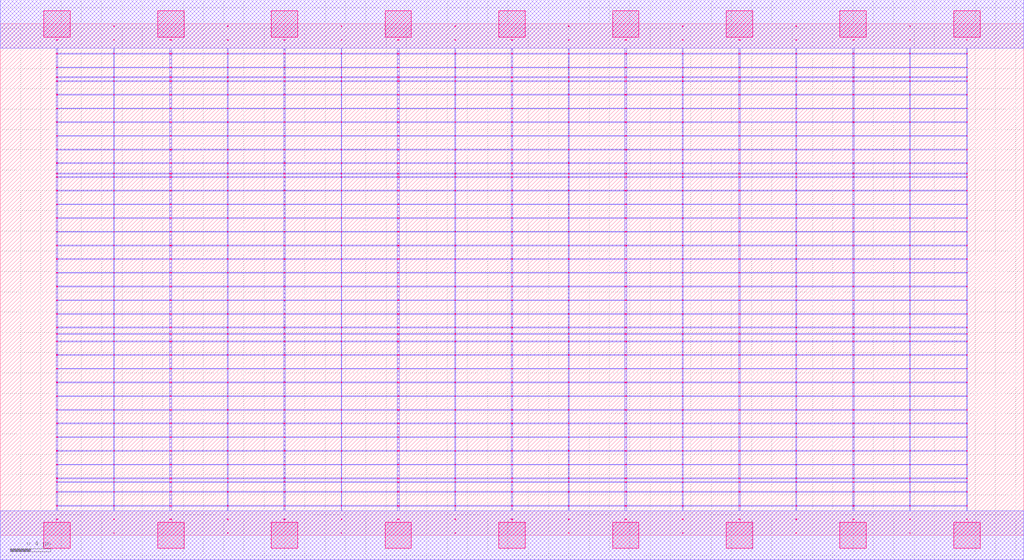
<source format=lef>
MACRO AAOOAI223_DEBUG
 CLASS CORE ;
 FOREIGN AAOOAI223_DEBUG 0 0 ;
 SIZE 10.08 BY 5.04 ;
 ORIGIN 0 0 ;
 SYMMETRY X Y R90 ;
 SITE unit ;

 OBS
    LAYER polycont ;
     RECT 5.03100000 2.58300000 5.04900000 2.59100000 ;
     RECT 5.03100000 2.71800000 5.04900000 2.72600000 ;
     RECT 5.03100000 2.85300000 5.04900000 2.86100000 ;
     RECT 5.03100000 2.98800000 5.04900000 2.99600000 ;
     RECT 7.27100000 2.58300000 7.28900000 2.59100000 ;
     RECT 7.83600000 2.58300000 7.84400000 2.59100000 ;
     RECT 8.39600000 2.58300000 8.40900000 2.59100000 ;
     RECT 8.95600000 2.58300000 8.96400000 2.59100000 ;
     RECT 9.51600000 2.58300000 9.52400000 2.59100000 ;
     RECT 5.59600000 2.58300000 5.60400000 2.59100000 ;
     RECT 5.59600000 2.71800000 5.60400000 2.72600000 ;
     RECT 6.15100000 2.71800000 6.16900000 2.72600000 ;
     RECT 6.71600000 2.71800000 6.72400000 2.72600000 ;
     RECT 7.27100000 2.71800000 7.28900000 2.72600000 ;
     RECT 7.83600000 2.71800000 7.84400000 2.72600000 ;
     RECT 8.39600000 2.71800000 8.40900000 2.72600000 ;
     RECT 8.95600000 2.71800000 8.96400000 2.72600000 ;
     RECT 9.51600000 2.71800000 9.52400000 2.72600000 ;
     RECT 6.15100000 2.58300000 6.16900000 2.59100000 ;
     RECT 5.59600000 2.85300000 5.60400000 2.86100000 ;
     RECT 6.15100000 2.85300000 6.16900000 2.86100000 ;
     RECT 6.71600000 2.85300000 6.72400000 2.86100000 ;
     RECT 7.27100000 2.85300000 7.28900000 2.86100000 ;
     RECT 7.83600000 2.85300000 7.84400000 2.86100000 ;
     RECT 8.39600000 2.85300000 8.40900000 2.86100000 ;
     RECT 8.95600000 2.85300000 8.96400000 2.86100000 ;
     RECT 9.51600000 2.85300000 9.52400000 2.86100000 ;
     RECT 6.71600000 2.58300000 6.72400000 2.59100000 ;
     RECT 5.59600000 2.98800000 5.60400000 2.99600000 ;
     RECT 6.15100000 2.98800000 6.16900000 2.99600000 ;
     RECT 6.71600000 2.98800000 6.72400000 2.99600000 ;
     RECT 7.27100000 2.98800000 7.28900000 2.99600000 ;
     RECT 7.83600000 2.98800000 7.84400000 2.99600000 ;
     RECT 8.39600000 2.98800000 8.40900000 2.99600000 ;
     RECT 8.95600000 2.98800000 8.96400000 2.99600000 ;
     RECT 9.51600000 2.98800000 9.52400000 2.99600000 ;
     RECT 8.95600000 3.12300000 8.96400000 3.13100000 ;
     RECT 9.51600000 3.12300000 9.52400000 3.13100000 ;
     RECT 8.95600000 3.25800000 8.96400000 3.26600000 ;
     RECT 9.51600000 3.25800000 9.52400000 3.26600000 ;
     RECT 8.95600000 3.39300000 8.96400000 3.40100000 ;
     RECT 9.51600000 3.39300000 9.52400000 3.40100000 ;
     RECT 8.95600000 3.52800000 8.96400000 3.53600000 ;
     RECT 9.51600000 3.52800000 9.52400000 3.53600000 ;
     RECT 8.95600000 3.56100000 8.96400000 3.56900000 ;
     RECT 9.51600000 3.56100000 9.52400000 3.56900000 ;
     RECT 8.95600000 3.66300000 8.96400000 3.67100000 ;
     RECT 9.51600000 3.66300000 9.52400000 3.67100000 ;
     RECT 8.95600000 3.79800000 8.96400000 3.80600000 ;
     RECT 9.51600000 3.79800000 9.52400000 3.80600000 ;
     RECT 8.95600000 3.93300000 8.96400000 3.94100000 ;
     RECT 9.51600000 3.93300000 9.52400000 3.94100000 ;
     RECT 8.95600000 4.06800000 8.96400000 4.07600000 ;
     RECT 9.51600000 4.06800000 9.52400000 4.07600000 ;
     RECT 8.95600000 4.20300000 8.96400000 4.21100000 ;
     RECT 9.51600000 4.20300000 9.52400000 4.21100000 ;
     RECT 8.95600000 4.33800000 8.96400000 4.34600000 ;
     RECT 9.51600000 4.33800000 9.52400000 4.34600000 ;
     RECT 8.95600000 4.47300000 8.96400000 4.48100000 ;
     RECT 9.51600000 4.47300000 9.52400000 4.48100000 ;
     RECT 8.95600000 4.51100000 8.96400000 4.51900000 ;
     RECT 9.51600000 4.51100000 9.52400000 4.51900000 ;
     RECT 8.95600000 4.60800000 8.96400000 4.61600000 ;
     RECT 9.51600000 4.60800000 9.52400000 4.61600000 ;
     RECT 8.95600000 4.74300000 8.96400000 4.75100000 ;
     RECT 9.51600000 4.74300000 9.52400000 4.75100000 ;
     RECT 8.95600000 4.87800000 8.96400000 4.88600000 ;
     RECT 9.51600000 4.87800000 9.52400000 4.88600000 ;
     RECT 1.67100000 2.85300000 1.68900000 2.86100000 ;
     RECT 2.23600000 2.85300000 2.24400000 2.86100000 ;
     RECT 2.79100000 2.85300000 2.80900000 2.86100000 ;
     RECT 3.35600000 2.85300000 3.36400000 2.86100000 ;
     RECT 3.91100000 2.85300000 3.92900000 2.86100000 ;
     RECT 4.47600000 2.85300000 4.48400000 2.86100000 ;
     RECT 1.11600000 2.71800000 1.12400000 2.72600000 ;
     RECT 1.67100000 2.71800000 1.68900000 2.72600000 ;
     RECT 2.23600000 2.71800000 2.24400000 2.72600000 ;
     RECT 2.79100000 2.71800000 2.80900000 2.72600000 ;
     RECT 3.35600000 2.71800000 3.36400000 2.72600000 ;
     RECT 3.91100000 2.71800000 3.92900000 2.72600000 ;
     RECT 4.47600000 2.71800000 4.48400000 2.72600000 ;
     RECT 1.11600000 2.58300000 1.12400000 2.59100000 ;
     RECT 1.67100000 2.58300000 1.68900000 2.59100000 ;
     RECT 0.55100000 2.98800000 0.56400000 2.99600000 ;
     RECT 1.11600000 2.98800000 1.12400000 2.99600000 ;
     RECT 1.67100000 2.98800000 1.68900000 2.99600000 ;
     RECT 2.23600000 2.98800000 2.24400000 2.99600000 ;
     RECT 2.79100000 2.98800000 2.80900000 2.99600000 ;
     RECT 3.35600000 2.98800000 3.36400000 2.99600000 ;
     RECT 3.91100000 2.98800000 3.92900000 2.99600000 ;
     RECT 4.47600000 2.98800000 4.48400000 2.99600000 ;
     RECT 2.23600000 2.58300000 2.24400000 2.59100000 ;
     RECT 2.79100000 2.58300000 2.80900000 2.59100000 ;
     RECT 3.35600000 2.58300000 3.36400000 2.59100000 ;
     RECT 3.91100000 2.58300000 3.92900000 2.59100000 ;
     RECT 4.47600000 2.58300000 4.48400000 2.59100000 ;
     RECT 0.55100000 2.58300000 0.56400000 2.59100000 ;
     RECT 0.55100000 2.71800000 0.56400000 2.72600000 ;
     RECT 0.55100000 2.85300000 0.56400000 2.86100000 ;
     RECT 1.11600000 2.85300000 1.12400000 2.86100000 ;
     RECT 4.47600000 0.15300000 4.48400000 0.16100000 ;
     RECT 4.47600000 0.28800000 4.48400000 0.29600000 ;
     RECT 4.47600000 0.42300000 4.48400000 0.43100000 ;
     RECT 4.47600000 0.52100000 4.48400000 0.52900000 ;
     RECT 4.47600000 0.55800000 4.48400000 0.56600000 ;
     RECT 4.47600000 0.69300000 4.48400000 0.70100000 ;
     RECT 4.47600000 0.82800000 4.48400000 0.83600000 ;
     RECT 4.47600000 0.96300000 4.48400000 0.97100000 ;
     RECT 4.47600000 1.09800000 4.48400000 1.10600000 ;
     RECT 4.47600000 1.23300000 4.48400000 1.24100000 ;
     RECT 4.47600000 1.36800000 4.48400000 1.37600000 ;
     RECT 4.47600000 1.50300000 4.48400000 1.51100000 ;
     RECT 4.47600000 1.63800000 4.48400000 1.64600000 ;
     RECT 4.47600000 1.77300000 4.48400000 1.78100000 ;
     RECT 4.47600000 1.90800000 4.48400000 1.91600000 ;
     RECT 4.47600000 1.98100000 4.48400000 1.98900000 ;
     RECT 4.47600000 2.04300000 4.48400000 2.05100000 ;
     RECT 4.47600000 2.17800000 4.48400000 2.18600000 ;
     RECT 4.47600000 2.31300000 4.48400000 2.32100000 ;
     RECT 4.47600000 2.44800000 4.48400000 2.45600000 ;

    LAYER pdiffc ;
     RECT 0.55100000 3.39300000 0.55900000 3.40100000 ;
     RECT 8.40100000 3.39300000 8.40900000 3.40100000 ;
     RECT 0.55100000 3.52800000 0.55900000 3.53600000 ;
     RECT 8.40100000 3.52800000 8.40900000 3.53600000 ;
     RECT 0.55100000 3.56100000 0.55900000 3.56900000 ;
     RECT 8.40100000 3.56100000 8.40900000 3.56900000 ;
     RECT 0.55100000 3.66300000 0.55900000 3.67100000 ;
     RECT 8.40100000 3.66300000 8.40900000 3.67100000 ;
     RECT 0.55100000 3.79800000 0.55900000 3.80600000 ;
     RECT 8.40100000 3.79800000 8.40900000 3.80600000 ;
     RECT 0.55100000 3.93300000 0.55900000 3.94100000 ;
     RECT 8.40100000 3.93300000 8.40900000 3.94100000 ;
     RECT 0.55100000 4.06800000 0.55900000 4.07600000 ;
     RECT 8.40100000 4.06800000 8.40900000 4.07600000 ;
     RECT 0.55100000 4.20300000 0.55900000 4.21100000 ;
     RECT 8.40100000 4.20300000 8.40900000 4.21100000 ;
     RECT 0.55100000 4.33800000 0.55900000 4.34600000 ;
     RECT 8.40100000 4.33800000 8.40900000 4.34600000 ;
     RECT 0.55100000 4.47300000 0.55900000 4.48100000 ;
     RECT 8.40100000 4.47300000 8.40900000 4.48100000 ;
     RECT 0.55100000 4.51100000 0.55900000 4.51900000 ;
     RECT 8.40100000 4.51100000 8.40900000 4.51900000 ;
     RECT 0.55100000 4.60800000 0.55900000 4.61600000 ;
     RECT 8.40100000 4.60800000 8.40900000 4.61600000 ;

    LAYER ndiffc ;
     RECT 5.03100000 0.42300000 5.04900000 0.43100000 ;
     RECT 5.03100000 0.52100000 5.04900000 0.52900000 ;
     RECT 5.03100000 0.55800000 5.04900000 0.56600000 ;
     RECT 5.03100000 0.69300000 5.04900000 0.70100000 ;
     RECT 5.03100000 0.82800000 5.04900000 0.83600000 ;
     RECT 5.03100000 0.96300000 5.04900000 0.97100000 ;
     RECT 5.03100000 1.09800000 5.04900000 1.10600000 ;
     RECT 5.03100000 1.23300000 5.04900000 1.24100000 ;
     RECT 5.03100000 1.36800000 5.04900000 1.37600000 ;
     RECT 5.03100000 1.50300000 5.04900000 1.51100000 ;
     RECT 5.03100000 1.63800000 5.04900000 1.64600000 ;
     RECT 5.03100000 1.77300000 5.04900000 1.78100000 ;
     RECT 5.03100000 1.90800000 5.04900000 1.91600000 ;
     RECT 5.03100000 1.98100000 5.04900000 1.98900000 ;
     RECT 5.03100000 2.04300000 5.04900000 2.05100000 ;
     RECT 8.39600000 0.42300000 8.40900000 0.43100000 ;
     RECT 6.15100000 0.69300000 6.16900000 0.70100000 ;
     RECT 7.27100000 0.69300000 7.28900000 0.70100000 ;
     RECT 8.39600000 0.69300000 8.40900000 0.70100000 ;
     RECT 9.51600000 0.69300000 9.52400000 0.70100000 ;
     RECT 9.51600000 0.42300000 9.52400000 0.43100000 ;
     RECT 6.15100000 0.82800000 6.16900000 0.83600000 ;
     RECT 7.27100000 0.82800000 7.28900000 0.83600000 ;
     RECT 8.39600000 0.82800000 8.40900000 0.83600000 ;
     RECT 9.51600000 0.82800000 9.52400000 0.83600000 ;
     RECT 6.15100000 0.42300000 6.16900000 0.43100000 ;
     RECT 6.15100000 0.96300000 6.16900000 0.97100000 ;
     RECT 7.27100000 0.96300000 7.28900000 0.97100000 ;
     RECT 8.39600000 0.96300000 8.40900000 0.97100000 ;
     RECT 9.51600000 0.96300000 9.52400000 0.97100000 ;
     RECT 6.15100000 0.52100000 6.16900000 0.52900000 ;
     RECT 6.15100000 1.09800000 6.16900000 1.10600000 ;
     RECT 7.27100000 1.09800000 7.28900000 1.10600000 ;
     RECT 8.39600000 1.09800000 8.40900000 1.10600000 ;
     RECT 9.51600000 1.09800000 9.52400000 1.10600000 ;
     RECT 7.27100000 0.52100000 7.28900000 0.52900000 ;
     RECT 6.15100000 1.23300000 6.16900000 1.24100000 ;
     RECT 7.27100000 1.23300000 7.28900000 1.24100000 ;
     RECT 8.39600000 1.23300000 8.40900000 1.24100000 ;
     RECT 9.51600000 1.23300000 9.52400000 1.24100000 ;
     RECT 8.39600000 0.52100000 8.40900000 0.52900000 ;
     RECT 6.15100000 1.36800000 6.16900000 1.37600000 ;
     RECT 7.27100000 1.36800000 7.28900000 1.37600000 ;
     RECT 8.39600000 1.36800000 8.40900000 1.37600000 ;
     RECT 9.51600000 1.36800000 9.52400000 1.37600000 ;
     RECT 9.51600000 0.52100000 9.52400000 0.52900000 ;
     RECT 6.15100000 1.50300000 6.16900000 1.51100000 ;
     RECT 7.27100000 1.50300000 7.28900000 1.51100000 ;
     RECT 8.39600000 1.50300000 8.40900000 1.51100000 ;
     RECT 9.51600000 1.50300000 9.52400000 1.51100000 ;
     RECT 7.27100000 0.42300000 7.28900000 0.43100000 ;
     RECT 6.15100000 1.63800000 6.16900000 1.64600000 ;
     RECT 7.27100000 1.63800000 7.28900000 1.64600000 ;
     RECT 8.39600000 1.63800000 8.40900000 1.64600000 ;
     RECT 9.51600000 1.63800000 9.52400000 1.64600000 ;
     RECT 6.15100000 0.55800000 6.16900000 0.56600000 ;
     RECT 6.15100000 1.77300000 6.16900000 1.78100000 ;
     RECT 7.27100000 1.77300000 7.28900000 1.78100000 ;
     RECT 8.39600000 1.77300000 8.40900000 1.78100000 ;
     RECT 9.51600000 1.77300000 9.52400000 1.78100000 ;
     RECT 7.27100000 0.55800000 7.28900000 0.56600000 ;
     RECT 6.15100000 1.90800000 6.16900000 1.91600000 ;
     RECT 7.27100000 1.90800000 7.28900000 1.91600000 ;
     RECT 8.39600000 1.90800000 8.40900000 1.91600000 ;
     RECT 9.51600000 1.90800000 9.52400000 1.91600000 ;
     RECT 8.39600000 0.55800000 8.40900000 0.56600000 ;
     RECT 6.15100000 1.98100000 6.16900000 1.98900000 ;
     RECT 7.27100000 1.98100000 7.28900000 1.98900000 ;
     RECT 8.39600000 1.98100000 8.40900000 1.98900000 ;
     RECT 9.51600000 1.98100000 9.52400000 1.98900000 ;
     RECT 9.51600000 0.55800000 9.52400000 0.56600000 ;
     RECT 6.15100000 2.04300000 6.16900000 2.05100000 ;
     RECT 7.27100000 2.04300000 7.28900000 2.05100000 ;
     RECT 8.39600000 2.04300000 8.40900000 2.05100000 ;
     RECT 9.51600000 2.04300000 9.52400000 2.05100000 ;
     RECT 3.91100000 1.36800000 3.92900000 1.37600000 ;
     RECT 2.79100000 0.55800000 2.80900000 0.56600000 ;
     RECT 3.91100000 0.55800000 3.92900000 0.56600000 ;
     RECT 1.67100000 0.52100000 1.68900000 0.52900000 ;
     RECT 2.79100000 0.52100000 2.80900000 0.52900000 ;
     RECT 3.91100000 0.52100000 3.92900000 0.52900000 ;
     RECT 0.55100000 1.50300000 0.56400000 1.51100000 ;
     RECT 1.67100000 1.50300000 1.68900000 1.51100000 ;
     RECT 2.79100000 1.50300000 2.80900000 1.51100000 ;
     RECT 3.91100000 1.50300000 3.92900000 1.51100000 ;
     RECT 0.55100000 0.96300000 0.56400000 0.97100000 ;
     RECT 1.67100000 0.96300000 1.68900000 0.97100000 ;
     RECT 2.79100000 0.96300000 2.80900000 0.97100000 ;
     RECT 3.91100000 0.96300000 3.92900000 0.97100000 ;
     RECT 1.67100000 0.42300000 1.68900000 0.43100000 ;
     RECT 0.55100000 1.63800000 0.56400000 1.64600000 ;
     RECT 1.67100000 1.63800000 1.68900000 1.64600000 ;
     RECT 2.79100000 1.63800000 2.80900000 1.64600000 ;
     RECT 3.91100000 1.63800000 3.92900000 1.64600000 ;
     RECT 2.79100000 0.42300000 2.80900000 0.43100000 ;
     RECT 0.55100000 0.69300000 0.56400000 0.70100000 ;
     RECT 1.67100000 0.69300000 1.68900000 0.70100000 ;
     RECT 2.79100000 0.69300000 2.80900000 0.70100000 ;
     RECT 0.55100000 1.09800000 0.56400000 1.10600000 ;
     RECT 0.55100000 1.77300000 0.56400000 1.78100000 ;
     RECT 1.67100000 1.77300000 1.68900000 1.78100000 ;
     RECT 2.79100000 1.77300000 2.80900000 1.78100000 ;
     RECT 3.91100000 1.77300000 3.92900000 1.78100000 ;
     RECT 1.67100000 1.09800000 1.68900000 1.10600000 ;
     RECT 2.79100000 1.09800000 2.80900000 1.10600000 ;
     RECT 3.91100000 1.09800000 3.92900000 1.10600000 ;
     RECT 3.91100000 0.69300000 3.92900000 0.70100000 ;
     RECT 3.91100000 0.42300000 3.92900000 0.43100000 ;
     RECT 0.55100000 1.90800000 0.56400000 1.91600000 ;
     RECT 1.67100000 1.90800000 1.68900000 1.91600000 ;
     RECT 2.79100000 1.90800000 2.80900000 1.91600000 ;
     RECT 3.91100000 1.90800000 3.92900000 1.91600000 ;
     RECT 0.55100000 0.42300000 0.56400000 0.43100000 ;
     RECT 0.55100000 0.52100000 0.56400000 0.52900000 ;
     RECT 0.55100000 0.55800000 0.56400000 0.56600000 ;
     RECT 0.55100000 1.23300000 0.56400000 1.24100000 ;
     RECT 1.67100000 1.23300000 1.68900000 1.24100000 ;
     RECT 0.55100000 1.98100000 0.56400000 1.98900000 ;
     RECT 1.67100000 1.98100000 1.68900000 1.98900000 ;
     RECT 2.79100000 1.98100000 2.80900000 1.98900000 ;
     RECT 3.91100000 1.98100000 3.92900000 1.98900000 ;
     RECT 2.79100000 1.23300000 2.80900000 1.24100000 ;
     RECT 3.91100000 1.23300000 3.92900000 1.24100000 ;
     RECT 1.67100000 0.55800000 1.68900000 0.56600000 ;
     RECT 0.55100000 0.82800000 0.56400000 0.83600000 ;
     RECT 1.67100000 0.82800000 1.68900000 0.83600000 ;
     RECT 0.55100000 2.04300000 0.56400000 2.05100000 ;
     RECT 1.67100000 2.04300000 1.68900000 2.05100000 ;
     RECT 2.79100000 2.04300000 2.80900000 2.05100000 ;
     RECT 3.91100000 2.04300000 3.92900000 2.05100000 ;
     RECT 2.79100000 0.82800000 2.80900000 0.83600000 ;
     RECT 3.91100000 0.82800000 3.92900000 0.83600000 ;
     RECT 0.55100000 1.36800000 0.56400000 1.37600000 ;
     RECT 1.67100000 1.36800000 1.68900000 1.37600000 ;
     RECT 2.79100000 1.36800000 2.80900000 1.37600000 ;

    LAYER met1 ;
     RECT 0.00000000 -0.24000000 10.08000000 0.24000000 ;
     RECT 5.03100000 0.24000000 5.04900000 0.28800000 ;
     RECT 0.55100000 0.28800000 9.52400000 0.29600000 ;
     RECT 5.03100000 0.29600000 5.04900000 0.42300000 ;
     RECT 0.55100000 0.42300000 9.52400000 0.43100000 ;
     RECT 5.03100000 0.43100000 5.04900000 0.52100000 ;
     RECT 0.55100000 0.52100000 9.52400000 0.52900000 ;
     RECT 5.03100000 0.52900000 5.04900000 0.55800000 ;
     RECT 0.55100000 0.55800000 9.52400000 0.56600000 ;
     RECT 5.03100000 0.56600000 5.04900000 0.69300000 ;
     RECT 0.55100000 0.69300000 9.52400000 0.70100000 ;
     RECT 5.03100000 0.70100000 5.04900000 0.82800000 ;
     RECT 0.55100000 0.82800000 9.52400000 0.83600000 ;
     RECT 5.03100000 0.83600000 5.04900000 0.96300000 ;
     RECT 0.55100000 0.96300000 9.52400000 0.97100000 ;
     RECT 5.03100000 0.97100000 5.04900000 1.09800000 ;
     RECT 0.55100000 1.09800000 9.52400000 1.10600000 ;
     RECT 5.03100000 1.10600000 5.04900000 1.23300000 ;
     RECT 0.55100000 1.23300000 9.52400000 1.24100000 ;
     RECT 5.03100000 1.24100000 5.04900000 1.36800000 ;
     RECT 0.55100000 1.36800000 9.52400000 1.37600000 ;
     RECT 5.03100000 1.37600000 5.04900000 1.50300000 ;
     RECT 0.55100000 1.50300000 9.52400000 1.51100000 ;
     RECT 5.03100000 1.51100000 5.04900000 1.63800000 ;
     RECT 0.55100000 1.63800000 9.52400000 1.64600000 ;
     RECT 5.03100000 1.64600000 5.04900000 1.77300000 ;
     RECT 0.55100000 1.77300000 9.52400000 1.78100000 ;
     RECT 5.03100000 1.78100000 5.04900000 1.90800000 ;
     RECT 0.55100000 1.90800000 9.52400000 1.91600000 ;
     RECT 5.03100000 1.91600000 5.04900000 1.98100000 ;
     RECT 0.55100000 1.98100000 9.52400000 1.98900000 ;
     RECT 5.03100000 1.98900000 5.04900000 2.04300000 ;
     RECT 0.55100000 2.04300000 9.52400000 2.05100000 ;
     RECT 5.03100000 2.05100000 5.04900000 2.17800000 ;
     RECT 0.55100000 2.17800000 9.52400000 2.18600000 ;
     RECT 5.03100000 2.18600000 5.04900000 2.31300000 ;
     RECT 0.55100000 2.31300000 9.52400000 2.32100000 ;
     RECT 5.03100000 2.32100000 5.04900000 2.44800000 ;
     RECT 0.55100000 2.44800000 9.52400000 2.45600000 ;
     RECT 0.55100000 2.45600000 0.56400000 2.58300000 ;
     RECT 1.11600000 2.45600000 1.12400000 2.58300000 ;
     RECT 1.67100000 2.45600000 1.68900000 2.58300000 ;
     RECT 2.23600000 2.45600000 2.24400000 2.58300000 ;
     RECT 2.79100000 2.45600000 2.80900000 2.58300000 ;
     RECT 3.35600000 2.45600000 3.36400000 2.58300000 ;
     RECT 3.91100000 2.45600000 3.92900000 2.58300000 ;
     RECT 4.47600000 2.45600000 4.48400000 2.58300000 ;
     RECT 5.03100000 2.45600000 5.04900000 2.58300000 ;
     RECT 5.59600000 2.45600000 5.60400000 2.58300000 ;
     RECT 6.15100000 2.45600000 6.16900000 2.58300000 ;
     RECT 6.71600000 2.45600000 6.72400000 2.58300000 ;
     RECT 7.27100000 2.45600000 7.28900000 2.58300000 ;
     RECT 7.83600000 2.45600000 7.84400000 2.58300000 ;
     RECT 8.39600000 2.45600000 8.40900000 2.58300000 ;
     RECT 8.95600000 2.45600000 8.96400000 2.58300000 ;
     RECT 9.51600000 2.45600000 9.52400000 2.58300000 ;
     RECT 0.55100000 2.58300000 9.52400000 2.59100000 ;
     RECT 5.03100000 2.59100000 5.04900000 2.71800000 ;
     RECT 0.55100000 2.71800000 9.52400000 2.72600000 ;
     RECT 5.03100000 2.72600000 5.04900000 2.85300000 ;
     RECT 0.55100000 2.85300000 9.52400000 2.86100000 ;
     RECT 5.03100000 2.86100000 5.04900000 2.98800000 ;
     RECT 0.55100000 2.98800000 9.52400000 2.99600000 ;
     RECT 5.03100000 2.99600000 5.04900000 3.12300000 ;
     RECT 0.55100000 3.12300000 9.52400000 3.13100000 ;
     RECT 5.03100000 3.13100000 5.04900000 3.25800000 ;
     RECT 0.55100000 3.25800000 9.52400000 3.26600000 ;
     RECT 5.03100000 3.26600000 5.04900000 3.39300000 ;
     RECT 0.55100000 3.39300000 9.52400000 3.40100000 ;
     RECT 5.03100000 3.40100000 5.04900000 3.52800000 ;
     RECT 0.55100000 3.52800000 9.52400000 3.53600000 ;
     RECT 5.03100000 3.53600000 5.04900000 3.56100000 ;
     RECT 0.55100000 3.56100000 9.52400000 3.56900000 ;
     RECT 5.03100000 3.56900000 5.04900000 3.66300000 ;
     RECT 0.55100000 3.66300000 9.52400000 3.67100000 ;
     RECT 5.03100000 3.67100000 5.04900000 3.79800000 ;
     RECT 0.55100000 3.79800000 9.52400000 3.80600000 ;
     RECT 5.03100000 3.80600000 5.04900000 3.93300000 ;
     RECT 0.55100000 3.93300000 9.52400000 3.94100000 ;
     RECT 5.03100000 3.94100000 5.04900000 4.06800000 ;
     RECT 0.55100000 4.06800000 9.52400000 4.07600000 ;
     RECT 5.03100000 4.07600000 5.04900000 4.20300000 ;
     RECT 0.55100000 4.20300000 9.52400000 4.21100000 ;
     RECT 5.03100000 4.21100000 5.04900000 4.33800000 ;
     RECT 0.55100000 4.33800000 9.52400000 4.34600000 ;
     RECT 5.03100000 4.34600000 5.04900000 4.47300000 ;
     RECT 0.55100000 4.47300000 9.52400000 4.48100000 ;
     RECT 5.03100000 4.48100000 5.04900000 4.51100000 ;
     RECT 0.55100000 4.51100000 9.52400000 4.51900000 ;
     RECT 5.03100000 4.51900000 5.04900000 4.60800000 ;
     RECT 0.55100000 4.60800000 9.52400000 4.61600000 ;
     RECT 5.03100000 4.61600000 5.04900000 4.74300000 ;
     RECT 0.55100000 4.74300000 9.52400000 4.75100000 ;
     RECT 5.03100000 4.75100000 5.04900000 4.80000000 ;
     RECT 0.00000000 4.80000000 10.08000000 5.28000000 ;
     RECT 5.59600000 3.80600000 5.60400000 3.93300000 ;
     RECT 6.15100000 3.80600000 6.16900000 3.93300000 ;
     RECT 6.71600000 3.80600000 6.72400000 3.93300000 ;
     RECT 7.27100000 3.80600000 7.28900000 3.93300000 ;
     RECT 7.83600000 3.80600000 7.84400000 3.93300000 ;
     RECT 8.39600000 3.80600000 8.40900000 3.93300000 ;
     RECT 8.95600000 3.80600000 8.96400000 3.93300000 ;
     RECT 9.51600000 3.80600000 9.52400000 3.93300000 ;
     RECT 7.83600000 3.94100000 7.84400000 4.06800000 ;
     RECT 8.39600000 3.94100000 8.40900000 4.06800000 ;
     RECT 8.95600000 3.94100000 8.96400000 4.06800000 ;
     RECT 9.51600000 3.94100000 9.52400000 4.06800000 ;
     RECT 7.83600000 4.07600000 7.84400000 4.20300000 ;
     RECT 8.39600000 4.07600000 8.40900000 4.20300000 ;
     RECT 8.95600000 4.07600000 8.96400000 4.20300000 ;
     RECT 9.51600000 4.07600000 9.52400000 4.20300000 ;
     RECT 7.83600000 4.21100000 7.84400000 4.33800000 ;
     RECT 8.39600000 4.21100000 8.40900000 4.33800000 ;
     RECT 8.95600000 4.21100000 8.96400000 4.33800000 ;
     RECT 9.51600000 4.21100000 9.52400000 4.33800000 ;
     RECT 7.83600000 4.34600000 7.84400000 4.47300000 ;
     RECT 8.39600000 4.34600000 8.40900000 4.47300000 ;
     RECT 8.95600000 4.34600000 8.96400000 4.47300000 ;
     RECT 9.51600000 4.34600000 9.52400000 4.47300000 ;
     RECT 7.83600000 4.48100000 7.84400000 4.51100000 ;
     RECT 8.39600000 4.48100000 8.40900000 4.51100000 ;
     RECT 8.95600000 4.48100000 8.96400000 4.51100000 ;
     RECT 9.51600000 4.48100000 9.52400000 4.51100000 ;
     RECT 7.83600000 4.51900000 7.84400000 4.60800000 ;
     RECT 8.39600000 4.51900000 8.40900000 4.60800000 ;
     RECT 8.95600000 4.51900000 8.96400000 4.60800000 ;
     RECT 9.51600000 4.51900000 9.52400000 4.60800000 ;
     RECT 7.83600000 4.61600000 7.84400000 4.74300000 ;
     RECT 8.39600000 4.61600000 8.40900000 4.74300000 ;
     RECT 8.95600000 4.61600000 8.96400000 4.74300000 ;
     RECT 9.51600000 4.61600000 9.52400000 4.74300000 ;
     RECT 7.83600000 4.75100000 7.84400000 4.80000000 ;
     RECT 8.39600000 4.75100000 8.40900000 4.80000000 ;
     RECT 8.95600000 4.75100000 8.96400000 4.80000000 ;
     RECT 9.51600000 4.75100000 9.52400000 4.80000000 ;
     RECT 5.59600000 4.48100000 5.60400000 4.51100000 ;
     RECT 6.15100000 4.48100000 6.16900000 4.51100000 ;
     RECT 6.71600000 4.48100000 6.72400000 4.51100000 ;
     RECT 7.27100000 4.48100000 7.28900000 4.51100000 ;
     RECT 5.59600000 4.21100000 5.60400000 4.33800000 ;
     RECT 6.15100000 4.21100000 6.16900000 4.33800000 ;
     RECT 6.71600000 4.21100000 6.72400000 4.33800000 ;
     RECT 7.27100000 4.21100000 7.28900000 4.33800000 ;
     RECT 5.59600000 4.51900000 5.60400000 4.60800000 ;
     RECT 6.15100000 4.51900000 6.16900000 4.60800000 ;
     RECT 6.71600000 4.51900000 6.72400000 4.60800000 ;
     RECT 7.27100000 4.51900000 7.28900000 4.60800000 ;
     RECT 5.59600000 4.07600000 5.60400000 4.20300000 ;
     RECT 6.15100000 4.07600000 6.16900000 4.20300000 ;
     RECT 6.71600000 4.07600000 6.72400000 4.20300000 ;
     RECT 7.27100000 4.07600000 7.28900000 4.20300000 ;
     RECT 5.59600000 4.61600000 5.60400000 4.74300000 ;
     RECT 6.15100000 4.61600000 6.16900000 4.74300000 ;
     RECT 6.71600000 4.61600000 6.72400000 4.74300000 ;
     RECT 7.27100000 4.61600000 7.28900000 4.74300000 ;
     RECT 5.59600000 4.34600000 5.60400000 4.47300000 ;
     RECT 6.15100000 4.34600000 6.16900000 4.47300000 ;
     RECT 6.71600000 4.34600000 6.72400000 4.47300000 ;
     RECT 7.27100000 4.34600000 7.28900000 4.47300000 ;
     RECT 5.59600000 4.75100000 5.60400000 4.80000000 ;
     RECT 6.15100000 4.75100000 6.16900000 4.80000000 ;
     RECT 6.71600000 4.75100000 6.72400000 4.80000000 ;
     RECT 7.27100000 4.75100000 7.28900000 4.80000000 ;
     RECT 5.59600000 3.94100000 5.60400000 4.06800000 ;
     RECT 6.15100000 3.94100000 6.16900000 4.06800000 ;
     RECT 6.71600000 3.94100000 6.72400000 4.06800000 ;
     RECT 7.27100000 3.94100000 7.28900000 4.06800000 ;
     RECT 5.59600000 2.59100000 5.60400000 2.71800000 ;
     RECT 6.15100000 2.59100000 6.16900000 2.71800000 ;
     RECT 5.59600000 3.26600000 5.60400000 3.39300000 ;
     RECT 6.15100000 3.26600000 6.16900000 3.39300000 ;
     RECT 5.59600000 2.86100000 5.60400000 2.98800000 ;
     RECT 6.15100000 2.86100000 6.16900000 2.98800000 ;
     RECT 6.71600000 3.26600000 6.72400000 3.39300000 ;
     RECT 7.27100000 3.26600000 7.28900000 3.39300000 ;
     RECT 5.59600000 2.72600000 5.60400000 2.85300000 ;
     RECT 6.15100000 2.72600000 6.16900000 2.85300000 ;
     RECT 5.59600000 3.40100000 5.60400000 3.52800000 ;
     RECT 6.15100000 3.40100000 6.16900000 3.52800000 ;
     RECT 5.59600000 2.99600000 5.60400000 3.12300000 ;
     RECT 6.15100000 2.99600000 6.16900000 3.12300000 ;
     RECT 6.71600000 3.40100000 6.72400000 3.52800000 ;
     RECT 7.27100000 3.40100000 7.28900000 3.52800000 ;
     RECT 6.71600000 2.86100000 6.72400000 2.98800000 ;
     RECT 7.27100000 2.86100000 7.28900000 2.98800000 ;
     RECT 6.71600000 2.72600000 6.72400000 2.85300000 ;
     RECT 7.27100000 2.72600000 7.28900000 2.85300000 ;
     RECT 5.59600000 3.53600000 5.60400000 3.56100000 ;
     RECT 6.15100000 3.53600000 6.16900000 3.56100000 ;
     RECT 6.71600000 2.99600000 6.72400000 3.12300000 ;
     RECT 7.27100000 2.99600000 7.28900000 3.12300000 ;
     RECT 6.71600000 3.53600000 6.72400000 3.56100000 ;
     RECT 7.27100000 3.53600000 7.28900000 3.56100000 ;
     RECT 5.59600000 3.56900000 5.60400000 3.66300000 ;
     RECT 6.15100000 3.56900000 6.16900000 3.66300000 ;
     RECT 6.71600000 3.56900000 6.72400000 3.66300000 ;
     RECT 7.27100000 3.56900000 7.28900000 3.66300000 ;
     RECT 5.59600000 3.67100000 5.60400000 3.79800000 ;
     RECT 6.15100000 3.67100000 6.16900000 3.79800000 ;
     RECT 6.71600000 3.67100000 6.72400000 3.79800000 ;
     RECT 7.27100000 3.67100000 7.28900000 3.79800000 ;
     RECT 6.71600000 2.59100000 6.72400000 2.71800000 ;
     RECT 7.27100000 2.59100000 7.28900000 2.71800000 ;
     RECT 5.59600000 3.13100000 5.60400000 3.25800000 ;
     RECT 6.15100000 3.13100000 6.16900000 3.25800000 ;
     RECT 6.71600000 3.13100000 6.72400000 3.25800000 ;
     RECT 7.27100000 3.13100000 7.28900000 3.25800000 ;
     RECT 8.39600000 2.59100000 8.40900000 2.71800000 ;
     RECT 9.51600000 2.99600000 9.52400000 3.12300000 ;
     RECT 7.83600000 3.13100000 7.84400000 3.25800000 ;
     RECT 7.83600000 3.56900000 7.84400000 3.66300000 ;
     RECT 8.39600000 3.56900000 8.40900000 3.66300000 ;
     RECT 8.95600000 3.56900000 8.96400000 3.66300000 ;
     RECT 9.51600000 3.56900000 9.52400000 3.66300000 ;
     RECT 8.95600000 2.72600000 8.96400000 2.85300000 ;
     RECT 9.51600000 2.72600000 9.52400000 2.85300000 ;
     RECT 8.39600000 3.13100000 8.40900000 3.25800000 ;
     RECT 7.83600000 3.40100000 7.84400000 3.52800000 ;
     RECT 8.39600000 3.40100000 8.40900000 3.52800000 ;
     RECT 8.95600000 3.40100000 8.96400000 3.52800000 ;
     RECT 7.83600000 3.67100000 7.84400000 3.79800000 ;
     RECT 8.39600000 3.67100000 8.40900000 3.79800000 ;
     RECT 8.95600000 3.67100000 8.96400000 3.79800000 ;
     RECT 7.83600000 2.86100000 7.84400000 2.98800000 ;
     RECT 8.39600000 2.86100000 8.40900000 2.98800000 ;
     RECT 9.51600000 3.67100000 9.52400000 3.79800000 ;
     RECT 9.51600000 3.40100000 9.52400000 3.52800000 ;
     RECT 8.95600000 3.13100000 8.96400000 3.25800000 ;
     RECT 7.83600000 3.26600000 7.84400000 3.39300000 ;
     RECT 8.39600000 3.26600000 8.40900000 3.39300000 ;
     RECT 8.95600000 3.26600000 8.96400000 3.39300000 ;
     RECT 9.51600000 3.26600000 9.52400000 3.39300000 ;
     RECT 9.51600000 3.13100000 9.52400000 3.25800000 ;
     RECT 8.95600000 2.86100000 8.96400000 2.98800000 ;
     RECT 9.51600000 2.86100000 9.52400000 2.98800000 ;
     RECT 7.83600000 3.53600000 7.84400000 3.56100000 ;
     RECT 7.83600000 2.99600000 7.84400000 3.12300000 ;
     RECT 8.39600000 2.99600000 8.40900000 3.12300000 ;
     RECT 8.39600000 3.53600000 8.40900000 3.56100000 ;
     RECT 8.95600000 3.53600000 8.96400000 3.56100000 ;
     RECT 9.51600000 3.53600000 9.52400000 3.56100000 ;
     RECT 7.83600000 2.72600000 7.84400000 2.85300000 ;
     RECT 8.39600000 2.72600000 8.40900000 2.85300000 ;
     RECT 8.95600000 2.59100000 8.96400000 2.71800000 ;
     RECT 9.51600000 2.59100000 9.52400000 2.71800000 ;
     RECT 7.83600000 2.59100000 7.84400000 2.71800000 ;
     RECT 8.95600000 2.99600000 8.96400000 3.12300000 ;
     RECT 0.55100000 3.80600000 0.56400000 3.93300000 ;
     RECT 1.11600000 3.80600000 1.12400000 3.93300000 ;
     RECT 1.67100000 3.80600000 1.68900000 3.93300000 ;
     RECT 2.23600000 3.80600000 2.24400000 3.93300000 ;
     RECT 2.79100000 3.80600000 2.80900000 3.93300000 ;
     RECT 3.35600000 3.80600000 3.36400000 3.93300000 ;
     RECT 3.91100000 3.80600000 3.92900000 3.93300000 ;
     RECT 4.47600000 3.80600000 4.48400000 3.93300000 ;
     RECT 2.79100000 4.21100000 2.80900000 4.33800000 ;
     RECT 3.35600000 4.21100000 3.36400000 4.33800000 ;
     RECT 3.91100000 4.21100000 3.92900000 4.33800000 ;
     RECT 4.47600000 4.21100000 4.48400000 4.33800000 ;
     RECT 2.79100000 4.34600000 2.80900000 4.47300000 ;
     RECT 3.35600000 4.34600000 3.36400000 4.47300000 ;
     RECT 3.91100000 4.34600000 3.92900000 4.47300000 ;
     RECT 4.47600000 4.34600000 4.48400000 4.47300000 ;
     RECT 2.79100000 4.48100000 2.80900000 4.51100000 ;
     RECT 3.35600000 4.48100000 3.36400000 4.51100000 ;
     RECT 3.91100000 4.48100000 3.92900000 4.51100000 ;
     RECT 4.47600000 4.48100000 4.48400000 4.51100000 ;
     RECT 2.79100000 4.51900000 2.80900000 4.60800000 ;
     RECT 3.35600000 4.51900000 3.36400000 4.60800000 ;
     RECT 3.91100000 4.51900000 3.92900000 4.60800000 ;
     RECT 4.47600000 4.51900000 4.48400000 4.60800000 ;
     RECT 2.79100000 4.61600000 2.80900000 4.74300000 ;
     RECT 3.35600000 4.61600000 3.36400000 4.74300000 ;
     RECT 3.91100000 4.61600000 3.92900000 4.74300000 ;
     RECT 4.47600000 4.61600000 4.48400000 4.74300000 ;
     RECT 2.79100000 4.75100000 2.80900000 4.80000000 ;
     RECT 3.35600000 4.75100000 3.36400000 4.80000000 ;
     RECT 3.91100000 4.75100000 3.92900000 4.80000000 ;
     RECT 4.47600000 4.75100000 4.48400000 4.80000000 ;
     RECT 2.79100000 3.94100000 2.80900000 4.06800000 ;
     RECT 3.35600000 3.94100000 3.36400000 4.06800000 ;
     RECT 3.91100000 3.94100000 3.92900000 4.06800000 ;
     RECT 4.47600000 3.94100000 4.48400000 4.06800000 ;
     RECT 2.79100000 4.07600000 2.80900000 4.20300000 ;
     RECT 3.35600000 4.07600000 3.36400000 4.20300000 ;
     RECT 3.91100000 4.07600000 3.92900000 4.20300000 ;
     RECT 4.47600000 4.07600000 4.48400000 4.20300000 ;
     RECT 0.55100000 4.51900000 0.56400000 4.60800000 ;
     RECT 1.11600000 4.51900000 1.12400000 4.60800000 ;
     RECT 1.67100000 4.51900000 1.68900000 4.60800000 ;
     RECT 2.23600000 4.51900000 2.24400000 4.60800000 ;
     RECT 0.55100000 4.07600000 0.56400000 4.20300000 ;
     RECT 1.11600000 4.07600000 1.12400000 4.20300000 ;
     RECT 1.67100000 4.07600000 1.68900000 4.20300000 ;
     RECT 2.23600000 4.07600000 2.24400000 4.20300000 ;
     RECT 0.55100000 4.61600000 0.56400000 4.74300000 ;
     RECT 1.11600000 4.61600000 1.12400000 4.74300000 ;
     RECT 1.67100000 4.61600000 1.68900000 4.74300000 ;
     RECT 2.23600000 4.61600000 2.24400000 4.74300000 ;
     RECT 0.55100000 4.34600000 0.56400000 4.47300000 ;
     RECT 1.11600000 4.34600000 1.12400000 4.47300000 ;
     RECT 1.67100000 4.34600000 1.68900000 4.47300000 ;
     RECT 2.23600000 4.34600000 2.24400000 4.47300000 ;
     RECT 0.55100000 4.75100000 0.56400000 4.80000000 ;
     RECT 1.11600000 4.75100000 1.12400000 4.80000000 ;
     RECT 1.67100000 4.75100000 1.68900000 4.80000000 ;
     RECT 2.23600000 4.75100000 2.24400000 4.80000000 ;
     RECT 0.55100000 3.94100000 0.56400000 4.06800000 ;
     RECT 1.11600000 3.94100000 1.12400000 4.06800000 ;
     RECT 1.67100000 3.94100000 1.68900000 4.06800000 ;
     RECT 2.23600000 3.94100000 2.24400000 4.06800000 ;
     RECT 0.55100000 4.48100000 0.56400000 4.51100000 ;
     RECT 1.11600000 4.48100000 1.12400000 4.51100000 ;
     RECT 1.67100000 4.48100000 1.68900000 4.51100000 ;
     RECT 2.23600000 4.48100000 2.24400000 4.51100000 ;
     RECT 0.55100000 4.21100000 0.56400000 4.33800000 ;
     RECT 1.11600000 4.21100000 1.12400000 4.33800000 ;
     RECT 1.67100000 4.21100000 1.68900000 4.33800000 ;
     RECT 2.23600000 4.21100000 2.24400000 4.33800000 ;
     RECT 1.67100000 2.86100000 1.68900000 2.98800000 ;
     RECT 2.23600000 2.86100000 2.24400000 2.98800000 ;
     RECT 0.55100000 3.13100000 0.56400000 3.25800000 ;
     RECT 1.11600000 3.13100000 1.12400000 3.25800000 ;
     RECT 1.67100000 3.13100000 1.68900000 3.25800000 ;
     RECT 2.23600000 3.13100000 2.24400000 3.25800000 ;
     RECT 0.55100000 3.67100000 0.56400000 3.79800000 ;
     RECT 1.11600000 3.67100000 1.12400000 3.79800000 ;
     RECT 1.67100000 3.67100000 1.68900000 3.79800000 ;
     RECT 2.23600000 3.67100000 2.24400000 3.79800000 ;
     RECT 0.55100000 2.59100000 0.56400000 2.71800000 ;
     RECT 1.11600000 2.59100000 1.12400000 2.71800000 ;
     RECT 0.55100000 2.72600000 0.56400000 2.85300000 ;
     RECT 1.11600000 2.72600000 1.12400000 2.85300000 ;
     RECT 0.55100000 2.86100000 0.56400000 2.98800000 ;
     RECT 1.11600000 2.86100000 1.12400000 2.98800000 ;
     RECT 0.55100000 3.53600000 0.56400000 3.56100000 ;
     RECT 1.11600000 3.53600000 1.12400000 3.56100000 ;
     RECT 0.55100000 3.26600000 0.56400000 3.39300000 ;
     RECT 1.11600000 3.26600000 1.12400000 3.39300000 ;
     RECT 1.67100000 3.26600000 1.68900000 3.39300000 ;
     RECT 2.23600000 3.26600000 2.24400000 3.39300000 ;
     RECT 1.67100000 2.59100000 1.68900000 2.71800000 ;
     RECT 2.23600000 2.59100000 2.24400000 2.71800000 ;
     RECT 0.55100000 3.56900000 0.56400000 3.66300000 ;
     RECT 1.11600000 3.56900000 1.12400000 3.66300000 ;
     RECT 1.67100000 3.56900000 1.68900000 3.66300000 ;
     RECT 2.23600000 3.56900000 2.24400000 3.66300000 ;
     RECT 1.67100000 3.53600000 1.68900000 3.56100000 ;
     RECT 2.23600000 3.53600000 2.24400000 3.56100000 ;
     RECT 1.67100000 2.99600000 1.68900000 3.12300000 ;
     RECT 2.23600000 2.99600000 2.24400000 3.12300000 ;
     RECT 0.55100000 3.40100000 0.56400000 3.52800000 ;
     RECT 1.11600000 3.40100000 1.12400000 3.52800000 ;
     RECT 0.55100000 2.99600000 0.56400000 3.12300000 ;
     RECT 1.11600000 2.99600000 1.12400000 3.12300000 ;
     RECT 1.67100000 2.72600000 1.68900000 2.85300000 ;
     RECT 2.23600000 2.72600000 2.24400000 2.85300000 ;
     RECT 1.67100000 3.40100000 1.68900000 3.52800000 ;
     RECT 2.23600000 3.40100000 2.24400000 3.52800000 ;
     RECT 2.79100000 3.67100000 2.80900000 3.79800000 ;
     RECT 3.35600000 3.67100000 3.36400000 3.79800000 ;
     RECT 3.91100000 3.67100000 3.92900000 3.79800000 ;
     RECT 4.47600000 3.67100000 4.48400000 3.79800000 ;
     RECT 2.79100000 3.40100000 2.80900000 3.52800000 ;
     RECT 3.35600000 3.40100000 3.36400000 3.52800000 ;
     RECT 3.91100000 3.40100000 3.92900000 3.52800000 ;
     RECT 4.47600000 3.40100000 4.48400000 3.52800000 ;
     RECT 2.79100000 3.53600000 2.80900000 3.56100000 ;
     RECT 3.35600000 3.53600000 3.36400000 3.56100000 ;
     RECT 3.91100000 3.56900000 3.92900000 3.66300000 ;
     RECT 4.47600000 3.56900000 4.48400000 3.66300000 ;
     RECT 2.79100000 2.86100000 2.80900000 2.98800000 ;
     RECT 3.35600000 2.86100000 3.36400000 2.98800000 ;
     RECT 3.91100000 2.86100000 3.92900000 2.98800000 ;
     RECT 4.47600000 2.86100000 4.48400000 2.98800000 ;
     RECT 2.79100000 3.26600000 2.80900000 3.39300000 ;
     RECT 3.35600000 3.26600000 3.36400000 3.39300000 ;
     RECT 3.91100000 3.26600000 3.92900000 3.39300000 ;
     RECT 4.47600000 3.26600000 4.48400000 3.39300000 ;
     RECT 3.91100000 3.53600000 3.92900000 3.56100000 ;
     RECT 4.47600000 3.53600000 4.48400000 3.56100000 ;
     RECT 2.79100000 2.72600000 2.80900000 2.85300000 ;
     RECT 3.35600000 2.72600000 3.36400000 2.85300000 ;
     RECT 2.79100000 3.13100000 2.80900000 3.25800000 ;
     RECT 3.35600000 3.13100000 3.36400000 3.25800000 ;
     RECT 3.91100000 3.13100000 3.92900000 3.25800000 ;
     RECT 4.47600000 3.13100000 4.48400000 3.25800000 ;
     RECT 3.91100000 2.99600000 3.92900000 3.12300000 ;
     RECT 4.47600000 2.99600000 4.48400000 3.12300000 ;
     RECT 3.91100000 2.59100000 3.92900000 2.71800000 ;
     RECT 4.47600000 2.59100000 4.48400000 2.71800000 ;
     RECT 3.91100000 2.72600000 3.92900000 2.85300000 ;
     RECT 4.47600000 2.72600000 4.48400000 2.85300000 ;
     RECT 2.79100000 3.56900000 2.80900000 3.66300000 ;
     RECT 3.35600000 3.56900000 3.36400000 3.66300000 ;
     RECT 2.79100000 2.99600000 2.80900000 3.12300000 ;
     RECT 3.35600000 2.99600000 3.36400000 3.12300000 ;
     RECT 2.79100000 2.59100000 2.80900000 2.71800000 ;
     RECT 3.35600000 2.59100000 3.36400000 2.71800000 ;
     RECT 0.55100000 1.10600000 0.56400000 1.23300000 ;
     RECT 1.11600000 1.10600000 1.12400000 1.23300000 ;
     RECT 1.67100000 1.10600000 1.68900000 1.23300000 ;
     RECT 2.23600000 1.10600000 2.24400000 1.23300000 ;
     RECT 2.79100000 1.10600000 2.80900000 1.23300000 ;
     RECT 3.35600000 1.10600000 3.36400000 1.23300000 ;
     RECT 3.91100000 1.10600000 3.92900000 1.23300000 ;
     RECT 4.47600000 1.10600000 4.48400000 1.23300000 ;
     RECT 2.79100000 1.51100000 2.80900000 1.63800000 ;
     RECT 3.35600000 1.51100000 3.36400000 1.63800000 ;
     RECT 3.91100000 1.51100000 3.92900000 1.63800000 ;
     RECT 4.47600000 1.51100000 4.48400000 1.63800000 ;
     RECT 2.79100000 1.64600000 2.80900000 1.77300000 ;
     RECT 3.35600000 1.64600000 3.36400000 1.77300000 ;
     RECT 3.91100000 1.64600000 3.92900000 1.77300000 ;
     RECT 4.47600000 1.64600000 4.48400000 1.77300000 ;
     RECT 2.79100000 1.78100000 2.80900000 1.90800000 ;
     RECT 3.35600000 1.78100000 3.36400000 1.90800000 ;
     RECT 3.91100000 1.78100000 3.92900000 1.90800000 ;
     RECT 4.47600000 1.78100000 4.48400000 1.90800000 ;
     RECT 2.79100000 1.91600000 2.80900000 1.98100000 ;
     RECT 3.35600000 1.91600000 3.36400000 1.98100000 ;
     RECT 3.91100000 1.91600000 3.92900000 1.98100000 ;
     RECT 4.47600000 1.91600000 4.48400000 1.98100000 ;
     RECT 2.79100000 1.98900000 2.80900000 2.04300000 ;
     RECT 3.35600000 1.98900000 3.36400000 2.04300000 ;
     RECT 3.91100000 1.98900000 3.92900000 2.04300000 ;
     RECT 4.47600000 1.98900000 4.48400000 2.04300000 ;
     RECT 2.79100000 2.05100000 2.80900000 2.17800000 ;
     RECT 3.35600000 2.05100000 3.36400000 2.17800000 ;
     RECT 3.91100000 2.05100000 3.92900000 2.17800000 ;
     RECT 4.47600000 2.05100000 4.48400000 2.17800000 ;
     RECT 2.79100000 2.18600000 2.80900000 2.31300000 ;
     RECT 3.35600000 2.18600000 3.36400000 2.31300000 ;
     RECT 3.91100000 2.18600000 3.92900000 2.31300000 ;
     RECT 4.47600000 2.18600000 4.48400000 2.31300000 ;
     RECT 2.79100000 2.32100000 2.80900000 2.44800000 ;
     RECT 3.35600000 2.32100000 3.36400000 2.44800000 ;
     RECT 3.91100000 2.32100000 3.92900000 2.44800000 ;
     RECT 4.47600000 2.32100000 4.48400000 2.44800000 ;
     RECT 2.79100000 1.24100000 2.80900000 1.36800000 ;
     RECT 3.35600000 1.24100000 3.36400000 1.36800000 ;
     RECT 3.91100000 1.24100000 3.92900000 1.36800000 ;
     RECT 4.47600000 1.24100000 4.48400000 1.36800000 ;
     RECT 2.79100000 1.37600000 2.80900000 1.50300000 ;
     RECT 3.35600000 1.37600000 3.36400000 1.50300000 ;
     RECT 3.91100000 1.37600000 3.92900000 1.50300000 ;
     RECT 4.47600000 1.37600000 4.48400000 1.50300000 ;
     RECT 0.55100000 1.51100000 0.56400000 1.63800000 ;
     RECT 1.11600000 1.51100000 1.12400000 1.63800000 ;
     RECT 1.67100000 1.51100000 1.68900000 1.63800000 ;
     RECT 2.23600000 1.51100000 2.24400000 1.63800000 ;
     RECT 0.55100000 2.05100000 0.56400000 2.17800000 ;
     RECT 1.11600000 2.05100000 1.12400000 2.17800000 ;
     RECT 1.67100000 2.05100000 1.68900000 2.17800000 ;
     RECT 2.23600000 2.05100000 2.24400000 2.17800000 ;
     RECT 0.55100000 1.78100000 0.56400000 1.90800000 ;
     RECT 1.11600000 1.78100000 1.12400000 1.90800000 ;
     RECT 1.67100000 1.78100000 1.68900000 1.90800000 ;
     RECT 2.23600000 1.78100000 2.24400000 1.90800000 ;
     RECT 0.55100000 2.18600000 0.56400000 2.31300000 ;
     RECT 1.11600000 2.18600000 1.12400000 2.31300000 ;
     RECT 1.67100000 2.18600000 1.68900000 2.31300000 ;
     RECT 2.23600000 2.18600000 2.24400000 2.31300000 ;
     RECT 0.55100000 1.37600000 0.56400000 1.50300000 ;
     RECT 1.11600000 1.37600000 1.12400000 1.50300000 ;
     RECT 1.67100000 1.37600000 1.68900000 1.50300000 ;
     RECT 2.23600000 1.37600000 2.24400000 1.50300000 ;
     RECT 0.55100000 2.32100000 0.56400000 2.44800000 ;
     RECT 1.11600000 2.32100000 1.12400000 2.44800000 ;
     RECT 1.67100000 2.32100000 1.68900000 2.44800000 ;
     RECT 2.23600000 2.32100000 2.24400000 2.44800000 ;
     RECT 0.55100000 1.91600000 0.56400000 1.98100000 ;
     RECT 1.11600000 1.91600000 1.12400000 1.98100000 ;
     RECT 1.67100000 1.91600000 1.68900000 1.98100000 ;
     RECT 2.23600000 1.91600000 2.24400000 1.98100000 ;
     RECT 0.55100000 1.64600000 0.56400000 1.77300000 ;
     RECT 1.11600000 1.64600000 1.12400000 1.77300000 ;
     RECT 1.67100000 1.64600000 1.68900000 1.77300000 ;
     RECT 2.23600000 1.64600000 2.24400000 1.77300000 ;
     RECT 0.55100000 1.98900000 0.56400000 2.04300000 ;
     RECT 1.11600000 1.98900000 1.12400000 2.04300000 ;
     RECT 1.67100000 1.98900000 1.68900000 2.04300000 ;
     RECT 2.23600000 1.98900000 2.24400000 2.04300000 ;
     RECT 0.55100000 1.24100000 0.56400000 1.36800000 ;
     RECT 1.11600000 1.24100000 1.12400000 1.36800000 ;
     RECT 1.67100000 1.24100000 1.68900000 1.36800000 ;
     RECT 2.23600000 1.24100000 2.24400000 1.36800000 ;
     RECT 1.67100000 0.56600000 1.68900000 0.69300000 ;
     RECT 2.23600000 0.56600000 2.24400000 0.69300000 ;
     RECT 0.55100000 0.24000000 0.56400000 0.28800000 ;
     RECT 1.11600000 0.24000000 1.12400000 0.28800000 ;
     RECT 0.55100000 0.70100000 0.56400000 0.82800000 ;
     RECT 1.11600000 0.70100000 1.12400000 0.82800000 ;
     RECT 1.67100000 0.70100000 1.68900000 0.82800000 ;
     RECT 2.23600000 0.70100000 2.24400000 0.82800000 ;
     RECT 0.55100000 0.29600000 0.56400000 0.42300000 ;
     RECT 1.11600000 0.29600000 1.12400000 0.42300000 ;
     RECT 0.55100000 0.83600000 0.56400000 0.96300000 ;
     RECT 1.11600000 0.83600000 1.12400000 0.96300000 ;
     RECT 1.67100000 0.83600000 1.68900000 0.96300000 ;
     RECT 2.23600000 0.83600000 2.24400000 0.96300000 ;
     RECT 1.67100000 0.29600000 1.68900000 0.42300000 ;
     RECT 2.23600000 0.29600000 2.24400000 0.42300000 ;
     RECT 0.55100000 0.97100000 0.56400000 1.09800000 ;
     RECT 1.11600000 0.97100000 1.12400000 1.09800000 ;
     RECT 1.67100000 0.97100000 1.68900000 1.09800000 ;
     RECT 2.23600000 0.97100000 2.24400000 1.09800000 ;
     RECT 0.55100000 0.52900000 0.56400000 0.55800000 ;
     RECT 1.11600000 0.52900000 1.12400000 0.55800000 ;
     RECT 1.67100000 0.52900000 1.68900000 0.55800000 ;
     RECT 2.23600000 0.52900000 2.24400000 0.55800000 ;
     RECT 0.55100000 0.43100000 0.56400000 0.52100000 ;
     RECT 1.11600000 0.43100000 1.12400000 0.52100000 ;
     RECT 1.67100000 0.43100000 1.68900000 0.52100000 ;
     RECT 2.23600000 0.43100000 2.24400000 0.52100000 ;
     RECT 1.67100000 0.24000000 1.68900000 0.28800000 ;
     RECT 2.23600000 0.24000000 2.24400000 0.28800000 ;
     RECT 0.55100000 0.56600000 0.56400000 0.69300000 ;
     RECT 1.11600000 0.56600000 1.12400000 0.69300000 ;
     RECT 2.79100000 0.43100000 2.80900000 0.52100000 ;
     RECT 3.35600000 0.43100000 3.36400000 0.52100000 ;
     RECT 2.79100000 0.83600000 2.80900000 0.96300000 ;
     RECT 3.35600000 0.83600000 3.36400000 0.96300000 ;
     RECT 3.91100000 0.83600000 3.92900000 0.96300000 ;
     RECT 4.47600000 0.83600000 4.48400000 0.96300000 ;
     RECT 2.79100000 0.56600000 2.80900000 0.69300000 ;
     RECT 3.35600000 0.56600000 3.36400000 0.69300000 ;
     RECT 3.91100000 0.56600000 3.92900000 0.69300000 ;
     RECT 4.47600000 0.56600000 4.48400000 0.69300000 ;
     RECT 3.91100000 0.43100000 3.92900000 0.52100000 ;
     RECT 4.47600000 0.43100000 4.48400000 0.52100000 ;
     RECT 2.79100000 0.97100000 2.80900000 1.09800000 ;
     RECT 3.35600000 0.97100000 3.36400000 1.09800000 ;
     RECT 3.91100000 0.97100000 3.92900000 1.09800000 ;
     RECT 4.47600000 0.97100000 4.48400000 1.09800000 ;
     RECT 2.79100000 0.29600000 2.80900000 0.42300000 ;
     RECT 3.35600000 0.29600000 3.36400000 0.42300000 ;
     RECT 2.79100000 0.52900000 2.80900000 0.55800000 ;
     RECT 3.35600000 0.52900000 3.36400000 0.55800000 ;
     RECT 3.91100000 0.52900000 3.92900000 0.55800000 ;
     RECT 4.47600000 0.52900000 4.48400000 0.55800000 ;
     RECT 2.79100000 0.70100000 2.80900000 0.82800000 ;
     RECT 3.35600000 0.70100000 3.36400000 0.82800000 ;
     RECT 3.91100000 0.70100000 3.92900000 0.82800000 ;
     RECT 4.47600000 0.70100000 4.48400000 0.82800000 ;
     RECT 3.91100000 0.29600000 3.92900000 0.42300000 ;
     RECT 4.47600000 0.29600000 4.48400000 0.42300000 ;
     RECT 3.91100000 0.24000000 3.92900000 0.28800000 ;
     RECT 4.47600000 0.24000000 4.48400000 0.28800000 ;
     RECT 2.79100000 0.24000000 2.80900000 0.28800000 ;
     RECT 3.35600000 0.24000000 3.36400000 0.28800000 ;
     RECT 5.59600000 1.10600000 5.60400000 1.23300000 ;
     RECT 6.15100000 1.10600000 6.16900000 1.23300000 ;
     RECT 6.71600000 1.10600000 6.72400000 1.23300000 ;
     RECT 7.27100000 1.10600000 7.28900000 1.23300000 ;
     RECT 7.83600000 1.10600000 7.84400000 1.23300000 ;
     RECT 8.39600000 1.10600000 8.40900000 1.23300000 ;
     RECT 8.95600000 1.10600000 8.96400000 1.23300000 ;
     RECT 9.51600000 1.10600000 9.52400000 1.23300000 ;
     RECT 7.83600000 1.78100000 7.84400000 1.90800000 ;
     RECT 8.39600000 1.78100000 8.40900000 1.90800000 ;
     RECT 8.95600000 1.78100000 8.96400000 1.90800000 ;
     RECT 9.51600000 1.78100000 9.52400000 1.90800000 ;
     RECT 7.83600000 1.91600000 7.84400000 1.98100000 ;
     RECT 8.39600000 1.91600000 8.40900000 1.98100000 ;
     RECT 7.83600000 1.98900000 7.84400000 2.04300000 ;
     RECT 8.39600000 1.98900000 8.40900000 2.04300000 ;
     RECT 8.95600000 1.98900000 8.96400000 2.04300000 ;
     RECT 9.51600000 1.98900000 9.52400000 2.04300000 ;
     RECT 8.95600000 1.91600000 8.96400000 1.98100000 ;
     RECT 9.51600000 1.91600000 9.52400000 1.98100000 ;
     RECT 7.83600000 2.05100000 7.84400000 2.17800000 ;
     RECT 8.39600000 2.05100000 8.40900000 2.17800000 ;
     RECT 8.95600000 2.05100000 8.96400000 2.17800000 ;
     RECT 9.51600000 2.05100000 9.52400000 2.17800000 ;
     RECT 7.83600000 1.24100000 7.84400000 1.36800000 ;
     RECT 8.39600000 1.24100000 8.40900000 1.36800000 ;
     RECT 8.95600000 1.24100000 8.96400000 1.36800000 ;
     RECT 9.51600000 1.24100000 9.52400000 1.36800000 ;
     RECT 7.83600000 2.18600000 7.84400000 2.31300000 ;
     RECT 8.39600000 2.18600000 8.40900000 2.31300000 ;
     RECT 8.95600000 2.18600000 8.96400000 2.31300000 ;
     RECT 9.51600000 2.18600000 9.52400000 2.31300000 ;
     RECT 7.83600000 2.32100000 7.84400000 2.44800000 ;
     RECT 8.39600000 2.32100000 8.40900000 2.44800000 ;
     RECT 8.95600000 2.32100000 8.96400000 2.44800000 ;
     RECT 9.51600000 2.32100000 9.52400000 2.44800000 ;
     RECT 7.83600000 1.37600000 7.84400000 1.50300000 ;
     RECT 8.39600000 1.37600000 8.40900000 1.50300000 ;
     RECT 8.95600000 1.37600000 8.96400000 1.50300000 ;
     RECT 9.51600000 1.37600000 9.52400000 1.50300000 ;
     RECT 7.83600000 1.51100000 7.84400000 1.63800000 ;
     RECT 8.39600000 1.51100000 8.40900000 1.63800000 ;
     RECT 8.95600000 1.51100000 8.96400000 1.63800000 ;
     RECT 9.51600000 1.51100000 9.52400000 1.63800000 ;
     RECT 7.83600000 1.64600000 7.84400000 1.77300000 ;
     RECT 8.39600000 1.64600000 8.40900000 1.77300000 ;
     RECT 8.95600000 1.64600000 8.96400000 1.77300000 ;
     RECT 9.51600000 1.64600000 9.52400000 1.77300000 ;
     RECT 7.27100000 2.18600000 7.28900000 2.31300000 ;
     RECT 5.59600000 1.98900000 5.60400000 2.04300000 ;
     RECT 5.59600000 2.05100000 5.60400000 2.17800000 ;
     RECT 6.15100000 2.05100000 6.16900000 2.17800000 ;
     RECT 6.71600000 2.05100000 6.72400000 2.17800000 ;
     RECT 5.59600000 2.32100000 5.60400000 2.44800000 ;
     RECT 6.15100000 2.32100000 6.16900000 2.44800000 ;
     RECT 6.71600000 2.32100000 6.72400000 2.44800000 ;
     RECT 7.27100000 2.32100000 7.28900000 2.44800000 ;
     RECT 7.27100000 2.05100000 7.28900000 2.17800000 ;
     RECT 6.15100000 1.98900000 6.16900000 2.04300000 ;
     RECT 6.71600000 1.98900000 6.72400000 2.04300000 ;
     RECT 7.27100000 1.98900000 7.28900000 2.04300000 ;
     RECT 5.59600000 1.37600000 5.60400000 1.50300000 ;
     RECT 6.15100000 1.37600000 6.16900000 1.50300000 ;
     RECT 6.71600000 1.37600000 6.72400000 1.50300000 ;
     RECT 7.27100000 1.37600000 7.28900000 1.50300000 ;
     RECT 7.27100000 1.78100000 7.28900000 1.90800000 ;
     RECT 5.59600000 1.24100000 5.60400000 1.36800000 ;
     RECT 6.15100000 1.24100000 6.16900000 1.36800000 ;
     RECT 6.71600000 1.24100000 6.72400000 1.36800000 ;
     RECT 5.59600000 1.51100000 5.60400000 1.63800000 ;
     RECT 6.15100000 1.51100000 6.16900000 1.63800000 ;
     RECT 6.71600000 1.51100000 6.72400000 1.63800000 ;
     RECT 7.27100000 1.51100000 7.28900000 1.63800000 ;
     RECT 7.27100000 1.24100000 7.28900000 1.36800000 ;
     RECT 5.59600000 1.91600000 5.60400000 1.98100000 ;
     RECT 6.15100000 1.91600000 6.16900000 1.98100000 ;
     RECT 6.71600000 1.91600000 6.72400000 1.98100000 ;
     RECT 5.59600000 1.64600000 5.60400000 1.77300000 ;
     RECT 6.15100000 1.64600000 6.16900000 1.77300000 ;
     RECT 6.71600000 1.64600000 6.72400000 1.77300000 ;
     RECT 7.27100000 1.64600000 7.28900000 1.77300000 ;
     RECT 7.27100000 1.91600000 7.28900000 1.98100000 ;
     RECT 5.59600000 2.18600000 5.60400000 2.31300000 ;
     RECT 6.15100000 2.18600000 6.16900000 2.31300000 ;
     RECT 6.71600000 2.18600000 6.72400000 2.31300000 ;
     RECT 5.59600000 1.78100000 5.60400000 1.90800000 ;
     RECT 6.15100000 1.78100000 6.16900000 1.90800000 ;
     RECT 6.71600000 1.78100000 6.72400000 1.90800000 ;
     RECT 6.15100000 0.83600000 6.16900000 0.96300000 ;
     RECT 5.59600000 0.56600000 5.60400000 0.69300000 ;
     RECT 6.15100000 0.56600000 6.16900000 0.69300000 ;
     RECT 6.71600000 0.56600000 6.72400000 0.69300000 ;
     RECT 7.27100000 0.56600000 7.28900000 0.69300000 ;
     RECT 6.71600000 0.29600000 6.72400000 0.42300000 ;
     RECT 7.27100000 0.29600000 7.28900000 0.42300000 ;
     RECT 5.59600000 0.70100000 5.60400000 0.82800000 ;
     RECT 6.15100000 0.70100000 6.16900000 0.82800000 ;
     RECT 6.71600000 0.83600000 6.72400000 0.96300000 ;
     RECT 7.27100000 0.83600000 7.28900000 0.96300000 ;
     RECT 6.71600000 0.70100000 6.72400000 0.82800000 ;
     RECT 7.27100000 0.70100000 7.28900000 0.82800000 ;
     RECT 6.71600000 0.24000000 6.72400000 0.28800000 ;
     RECT 7.27100000 0.24000000 7.28900000 0.28800000 ;
     RECT 6.71600000 0.43100000 6.72400000 0.52100000 ;
     RECT 7.27100000 0.43100000 7.28900000 0.52100000 ;
     RECT 5.59600000 0.52900000 5.60400000 0.55800000 ;
     RECT 6.15100000 0.52900000 6.16900000 0.55800000 ;
     RECT 5.59600000 0.24000000 5.60400000 0.28800000 ;
     RECT 6.15100000 0.24000000 6.16900000 0.28800000 ;
     RECT 5.59600000 0.29600000 5.60400000 0.42300000 ;
     RECT 6.15100000 0.29600000 6.16900000 0.42300000 ;
     RECT 5.59600000 0.43100000 5.60400000 0.52100000 ;
     RECT 6.15100000 0.43100000 6.16900000 0.52100000 ;
     RECT 5.59600000 0.97100000 5.60400000 1.09800000 ;
     RECT 6.15100000 0.97100000 6.16900000 1.09800000 ;
     RECT 6.71600000 0.97100000 6.72400000 1.09800000 ;
     RECT 7.27100000 0.97100000 7.28900000 1.09800000 ;
     RECT 6.71600000 0.52900000 6.72400000 0.55800000 ;
     RECT 7.27100000 0.52900000 7.28900000 0.55800000 ;
     RECT 5.59600000 0.83600000 5.60400000 0.96300000 ;
     RECT 9.51600000 0.29600000 9.52400000 0.42300000 ;
     RECT 8.95600000 0.43100000 8.96400000 0.52100000 ;
     RECT 9.51600000 0.43100000 9.52400000 0.52100000 ;
     RECT 7.83600000 0.83600000 7.84400000 0.96300000 ;
     RECT 8.39600000 0.83600000 8.40900000 0.96300000 ;
     RECT 8.95600000 0.83600000 8.96400000 0.96300000 ;
     RECT 9.51600000 0.83600000 9.52400000 0.96300000 ;
     RECT 8.95600000 0.52900000 8.96400000 0.55800000 ;
     RECT 9.51600000 0.52900000 9.52400000 0.55800000 ;
     RECT 8.95600000 0.24000000 8.96400000 0.28800000 ;
     RECT 9.51600000 0.24000000 9.52400000 0.28800000 ;
     RECT 8.95600000 0.97100000 8.96400000 1.09800000 ;
     RECT 9.51600000 0.97100000 9.52400000 1.09800000 ;
     RECT 7.83600000 0.70100000 7.84400000 0.82800000 ;
     RECT 8.39600000 0.70100000 8.40900000 0.82800000 ;
     RECT 7.83600000 0.24000000 7.84400000 0.28800000 ;
     RECT 8.39600000 0.24000000 8.40900000 0.28800000 ;
     RECT 8.95600000 0.70100000 8.96400000 0.82800000 ;
     RECT 9.51600000 0.70100000 9.52400000 0.82800000 ;
     RECT 7.83600000 0.29600000 7.84400000 0.42300000 ;
     RECT 8.39600000 0.29600000 8.40900000 0.42300000 ;
     RECT 7.83600000 0.52900000 7.84400000 0.55800000 ;
     RECT 8.39600000 0.52900000 8.40900000 0.55800000 ;
     RECT 7.83600000 0.97100000 7.84400000 1.09800000 ;
     RECT 8.39600000 0.97100000 8.40900000 1.09800000 ;
     RECT 7.83600000 0.56600000 7.84400000 0.69300000 ;
     RECT 8.39600000 0.56600000 8.40900000 0.69300000 ;
     RECT 8.95600000 0.56600000 8.96400000 0.69300000 ;
     RECT 9.51600000 0.56600000 9.52400000 0.69300000 ;
     RECT 7.83600000 0.43100000 7.84400000 0.52100000 ;
     RECT 8.39600000 0.43100000 8.40900000 0.52100000 ;
     RECT 8.95600000 0.29600000 8.96400000 0.42300000 ;

    LAYER via1 ;
     RECT 4.91000000 -0.13000000 5.17000000 0.13000000 ;
     RECT 5.03100000 0.15300000 5.04900000 0.16100000 ;
     RECT 5.03100000 0.28800000 5.04900000 0.29600000 ;
     RECT 5.03100000 0.42300000 5.04900000 0.43100000 ;
     RECT 5.03100000 0.52100000 5.04900000 0.52900000 ;
     RECT 5.03100000 0.55800000 5.04900000 0.56600000 ;
     RECT 5.03100000 0.69300000 5.04900000 0.70100000 ;
     RECT 5.03100000 0.82800000 5.04900000 0.83600000 ;
     RECT 5.03100000 0.96300000 5.04900000 0.97100000 ;
     RECT 5.03100000 1.09800000 5.04900000 1.10600000 ;
     RECT 5.03100000 1.23300000 5.04900000 1.24100000 ;
     RECT 5.03100000 1.36800000 5.04900000 1.37600000 ;
     RECT 5.03100000 1.50300000 5.04900000 1.51100000 ;
     RECT 5.03100000 1.63800000 5.04900000 1.64600000 ;
     RECT 5.03100000 1.77300000 5.04900000 1.78100000 ;
     RECT 5.03100000 1.90800000 5.04900000 1.91600000 ;
     RECT 5.03100000 1.98100000 5.04900000 1.98900000 ;
     RECT 5.03100000 2.04300000 5.04900000 2.05100000 ;
     RECT 5.03100000 2.17800000 5.04900000 2.18600000 ;
     RECT 5.03100000 2.31300000 5.04900000 2.32100000 ;
     RECT 5.03100000 2.44800000 5.04900000 2.45600000 ;
     RECT 5.03100000 2.58300000 5.04900000 2.59100000 ;
     RECT 5.03100000 2.71800000 5.04900000 2.72600000 ;
     RECT 5.03100000 2.85300000 5.04900000 2.86100000 ;
     RECT 5.03100000 2.98800000 5.04900000 2.99600000 ;
     RECT 5.03100000 3.12300000 5.04900000 3.13100000 ;
     RECT 5.03100000 3.25800000 5.04900000 3.26600000 ;
     RECT 5.03100000 3.39300000 5.04900000 3.40100000 ;
     RECT 5.03100000 3.52800000 5.04900000 3.53600000 ;
     RECT 5.03100000 3.56100000 5.04900000 3.56900000 ;
     RECT 5.03100000 3.66300000 5.04900000 3.67100000 ;
     RECT 5.03100000 3.79800000 5.04900000 3.80600000 ;
     RECT 5.03100000 3.93300000 5.04900000 3.94100000 ;
     RECT 5.03100000 4.06800000 5.04900000 4.07600000 ;
     RECT 5.03100000 4.20300000 5.04900000 4.21100000 ;
     RECT 5.03100000 4.33800000 5.04900000 4.34600000 ;
     RECT 5.03100000 4.47300000 5.04900000 4.48100000 ;
     RECT 5.03100000 4.51100000 5.04900000 4.51900000 ;
     RECT 5.03100000 4.60800000 5.04900000 4.61600000 ;
     RECT 5.03100000 4.74300000 5.04900000 4.75100000 ;
     RECT 5.03100000 4.87800000 5.04900000 4.88600000 ;
     RECT 4.91000000 4.91000000 5.17000000 5.17000000 ;
     RECT 7.15000000 4.91000000 7.41000000 5.17000000 ;
     RECT 8.39600000 3.93300000 8.40900000 3.94100000 ;
     RECT 8.95600000 3.93300000 8.96400000 3.94100000 ;
     RECT 9.51600000 3.93300000 9.52400000 3.94100000 ;
     RECT 7.83600000 4.06800000 7.84400000 4.07600000 ;
     RECT 8.39600000 4.06800000 8.40900000 4.07600000 ;
     RECT 8.95600000 4.06800000 8.96400000 4.07600000 ;
     RECT 9.51600000 4.06800000 9.52400000 4.07600000 ;
     RECT 7.83600000 4.20300000 7.84400000 4.21100000 ;
     RECT 8.39600000 4.20300000 8.40900000 4.21100000 ;
     RECT 8.95600000 4.20300000 8.96400000 4.21100000 ;
     RECT 9.51600000 4.20300000 9.52400000 4.21100000 ;
     RECT 7.83600000 4.33800000 7.84400000 4.34600000 ;
     RECT 8.39600000 4.33800000 8.40900000 4.34600000 ;
     RECT 8.95600000 4.33800000 8.96400000 4.34600000 ;
     RECT 9.51600000 4.33800000 9.52400000 4.34600000 ;
     RECT 7.83600000 4.47300000 7.84400000 4.48100000 ;
     RECT 8.39600000 4.47300000 8.40900000 4.48100000 ;
     RECT 8.95600000 4.47300000 8.96400000 4.48100000 ;
     RECT 9.51600000 4.47300000 9.52400000 4.48100000 ;
     RECT 7.83600000 4.51100000 7.84400000 4.51900000 ;
     RECT 8.39600000 4.51100000 8.40900000 4.51900000 ;
     RECT 8.95600000 4.51100000 8.96400000 4.51900000 ;
     RECT 9.51600000 4.51100000 9.52400000 4.51900000 ;
     RECT 7.83600000 4.60800000 7.84400000 4.61600000 ;
     RECT 8.39600000 4.60800000 8.40900000 4.61600000 ;
     RECT 8.95600000 4.60800000 8.96400000 4.61600000 ;
     RECT 9.51600000 4.60800000 9.52400000 4.61600000 ;
     RECT 7.83600000 4.74300000 7.84400000 4.75100000 ;
     RECT 8.39600000 4.74300000 8.40900000 4.75100000 ;
     RECT 8.95600000 4.74300000 8.96400000 4.75100000 ;
     RECT 9.51600000 4.74300000 9.52400000 4.75100000 ;
     RECT 7.83600000 4.87800000 7.84400000 4.88600000 ;
     RECT 8.39600000 4.87800000 8.40900000 4.88600000 ;
     RECT 8.95600000 4.87800000 8.96400000 4.88600000 ;
     RECT 9.51600000 4.87800000 9.52400000 4.88600000 ;
     RECT 7.83600000 5.01300000 7.84400000 5.02100000 ;
     RECT 8.95600000 5.01300000 8.96400000 5.02100000 ;
     RECT 7.83600000 3.93300000 7.84400000 3.94100000 ;
     RECT 8.27000000 4.91000000 8.53000000 5.17000000 ;
     RECT 9.39000000 4.91000000 9.65000000 5.17000000 ;
     RECT 6.15100000 4.51100000 6.16900000 4.51900000 ;
     RECT 6.71600000 4.51100000 6.72400000 4.51900000 ;
     RECT 7.27100000 4.51100000 7.28900000 4.51900000 ;
     RECT 5.59600000 4.06800000 5.60400000 4.07600000 ;
     RECT 6.15100000 4.06800000 6.16900000 4.07600000 ;
     RECT 6.71600000 4.06800000 6.72400000 4.07600000 ;
     RECT 7.27100000 4.06800000 7.28900000 4.07600000 ;
     RECT 5.59600000 4.60800000 5.60400000 4.61600000 ;
     RECT 6.15100000 4.60800000 6.16900000 4.61600000 ;
     RECT 6.71600000 4.60800000 6.72400000 4.61600000 ;
     RECT 7.27100000 4.60800000 7.28900000 4.61600000 ;
     RECT 5.59600000 4.33800000 5.60400000 4.34600000 ;
     RECT 6.15100000 4.33800000 6.16900000 4.34600000 ;
     RECT 6.71600000 4.33800000 6.72400000 4.34600000 ;
     RECT 7.27100000 4.33800000 7.28900000 4.34600000 ;
     RECT 5.59600000 4.74300000 5.60400000 4.75100000 ;
     RECT 6.15100000 4.74300000 6.16900000 4.75100000 ;
     RECT 6.71600000 4.74300000 6.72400000 4.75100000 ;
     RECT 7.27100000 4.74300000 7.28900000 4.75100000 ;
     RECT 5.59600000 3.93300000 5.60400000 3.94100000 ;
     RECT 6.15100000 3.93300000 6.16900000 3.94100000 ;
     RECT 6.71600000 3.93300000 6.72400000 3.94100000 ;
     RECT 7.27100000 3.93300000 7.28900000 3.94100000 ;
     RECT 5.59600000 4.87800000 5.60400000 4.88600000 ;
     RECT 6.15100000 4.87800000 6.16900000 4.88600000 ;
     RECT 6.71600000 4.87800000 6.72400000 4.88600000 ;
     RECT 7.27100000 4.87800000 7.28900000 4.88600000 ;
     RECT 5.59600000 4.47300000 5.60400000 4.48100000 ;
     RECT 6.15100000 4.47300000 6.16900000 4.48100000 ;
     RECT 6.71600000 4.47300000 6.72400000 4.48100000 ;
     RECT 7.27100000 4.47300000 7.28900000 4.48100000 ;
     RECT 5.59600000 5.01300000 5.60400000 5.02100000 ;
     RECT 6.71600000 5.01300000 6.72400000 5.02100000 ;
     RECT 5.59600000 4.20300000 5.60400000 4.21100000 ;
     RECT 6.15100000 4.20300000 6.16900000 4.21100000 ;
     RECT 6.03000000 4.91000000 6.29000000 5.17000000 ;
     RECT 6.71600000 4.20300000 6.72400000 4.21100000 ;
     RECT 7.27100000 4.20300000 7.28900000 4.21100000 ;
     RECT 5.59600000 4.51100000 5.60400000 4.51900000 ;
     RECT 6.71600000 2.85300000 6.72400000 2.86100000 ;
     RECT 7.27100000 2.85300000 7.28900000 2.86100000 ;
     RECT 6.71600000 2.58300000 6.72400000 2.59100000 ;
     RECT 5.59600000 2.98800000 5.60400000 2.99600000 ;
     RECT 6.15100000 2.98800000 6.16900000 2.99600000 ;
     RECT 6.71600000 2.98800000 6.72400000 2.99600000 ;
     RECT 7.27100000 2.98800000 7.28900000 2.99600000 ;
     RECT 7.27100000 2.58300000 7.28900000 2.59100000 ;
     RECT 6.71600000 2.71800000 6.72400000 2.72600000 ;
     RECT 5.59600000 3.12300000 5.60400000 3.13100000 ;
     RECT 6.15100000 3.12300000 6.16900000 3.13100000 ;
     RECT 6.71600000 3.12300000 6.72400000 3.13100000 ;
     RECT 7.27100000 3.12300000 7.28900000 3.13100000 ;
     RECT 5.59600000 3.25800000 5.60400000 3.26600000 ;
     RECT 6.15100000 3.25800000 6.16900000 3.26600000 ;
     RECT 6.71600000 3.25800000 6.72400000 3.26600000 ;
     RECT 7.27100000 3.25800000 7.28900000 3.26600000 ;
     RECT 6.15100000 2.58300000 6.16900000 2.59100000 ;
     RECT 7.27100000 2.71800000 7.28900000 2.72600000 ;
     RECT 5.59600000 3.39300000 5.60400000 3.40100000 ;
     RECT 6.15100000 3.39300000 6.16900000 3.40100000 ;
     RECT 6.71600000 3.39300000 6.72400000 3.40100000 ;
     RECT 7.27100000 3.39300000 7.28900000 3.40100000 ;
     RECT 5.59600000 3.52800000 5.60400000 3.53600000 ;
     RECT 6.15100000 3.52800000 6.16900000 3.53600000 ;
     RECT 6.71600000 3.52800000 6.72400000 3.53600000 ;
     RECT 5.59600000 2.85300000 5.60400000 2.86100000 ;
     RECT 7.27100000 3.52800000 7.28900000 3.53600000 ;
     RECT 5.59600000 3.56100000 5.60400000 3.56900000 ;
     RECT 6.15100000 3.56100000 6.16900000 3.56900000 ;
     RECT 6.71600000 3.56100000 6.72400000 3.56900000 ;
     RECT 7.27100000 3.56100000 7.28900000 3.56900000 ;
     RECT 5.59600000 2.58300000 5.60400000 2.59100000 ;
     RECT 5.59600000 3.66300000 5.60400000 3.67100000 ;
     RECT 6.15100000 3.66300000 6.16900000 3.67100000 ;
     RECT 6.71600000 3.66300000 6.72400000 3.67100000 ;
     RECT 7.27100000 3.66300000 7.28900000 3.67100000 ;
     RECT 5.59600000 2.71800000 5.60400000 2.72600000 ;
     RECT 5.59600000 3.79800000 5.60400000 3.80600000 ;
     RECT 6.15100000 2.85300000 6.16900000 2.86100000 ;
     RECT 6.15100000 3.79800000 6.16900000 3.80600000 ;
     RECT 6.71600000 3.79800000 6.72400000 3.80600000 ;
     RECT 7.27100000 3.79800000 7.28900000 3.80600000 ;
     RECT 6.15100000 2.71800000 6.16900000 2.72600000 ;
     RECT 9.51600000 3.39300000 9.52400000 3.40100000 ;
     RECT 8.95600000 2.58300000 8.96400000 2.59100000 ;
     RECT 7.83600000 3.12300000 7.84400000 3.13100000 ;
     RECT 8.39600000 3.12300000 8.40900000 3.13100000 ;
     RECT 8.95600000 3.12300000 8.96400000 3.13100000 ;
     RECT 9.51600000 3.12300000 9.52400000 3.13100000 ;
     RECT 7.83600000 3.52800000 7.84400000 3.53600000 ;
     RECT 8.39600000 3.52800000 8.40900000 3.53600000 ;
     RECT 9.51600000 2.71800000 9.52400000 2.72600000 ;
     RECT 8.95600000 3.52800000 8.96400000 3.53600000 ;
     RECT 9.51600000 3.52800000 9.52400000 3.53600000 ;
     RECT 9.51600000 2.58300000 9.52400000 2.59100000 ;
     RECT 7.83600000 2.58300000 7.84400000 2.59100000 ;
     RECT 8.39600000 2.98800000 8.40900000 2.99600000 ;
     RECT 8.95600000 2.98800000 8.96400000 2.99600000 ;
     RECT 9.51600000 2.98800000 9.52400000 2.99600000 ;
     RECT 7.83600000 3.56100000 7.84400000 3.56900000 ;
     RECT 8.39600000 3.56100000 8.40900000 3.56900000 ;
     RECT 8.95600000 3.56100000 8.96400000 3.56900000 ;
     RECT 9.51600000 3.56100000 9.52400000 3.56900000 ;
     RECT 8.39600000 2.85300000 8.40900000 2.86100000 ;
     RECT 7.83600000 3.25800000 7.84400000 3.26600000 ;
     RECT 8.39600000 3.25800000 8.40900000 3.26600000 ;
     RECT 8.95600000 3.25800000 8.96400000 3.26600000 ;
     RECT 9.51600000 3.25800000 9.52400000 3.26600000 ;
     RECT 7.83600000 2.71800000 7.84400000 2.72600000 ;
     RECT 7.83600000 3.66300000 7.84400000 3.67100000 ;
     RECT 8.39600000 3.66300000 8.40900000 3.67100000 ;
     RECT 8.95600000 3.66300000 8.96400000 3.67100000 ;
     RECT 9.51600000 3.66300000 9.52400000 3.67100000 ;
     RECT 8.39600000 2.58300000 8.40900000 2.59100000 ;
     RECT 8.95600000 2.85300000 8.96400000 2.86100000 ;
     RECT 9.51600000 2.85300000 9.52400000 2.86100000 ;
     RECT 7.83600000 2.85300000 7.84400000 2.86100000 ;
     RECT 8.39600000 2.71800000 8.40900000 2.72600000 ;
     RECT 7.83600000 2.98800000 7.84400000 2.99600000 ;
     RECT 7.83600000 3.79800000 7.84400000 3.80600000 ;
     RECT 8.39600000 3.79800000 8.40900000 3.80600000 ;
     RECT 8.95600000 3.79800000 8.96400000 3.80600000 ;
     RECT 9.51600000 3.79800000 9.52400000 3.80600000 ;
     RECT 7.83600000 3.39300000 7.84400000 3.40100000 ;
     RECT 8.39600000 3.39300000 8.40900000 3.40100000 ;
     RECT 8.95600000 3.39300000 8.96400000 3.40100000 ;
     RECT 8.95600000 2.71800000 8.96400000 2.72600000 ;
     RECT 2.67000000 4.91000000 2.93000000 5.17000000 ;
     RECT 3.35600000 3.93300000 3.36400000 3.94100000 ;
     RECT 3.91100000 3.93300000 3.92900000 3.94100000 ;
     RECT 4.47600000 3.93300000 4.48400000 3.94100000 ;
     RECT 2.79100000 4.06800000 2.80900000 4.07600000 ;
     RECT 3.35600000 4.06800000 3.36400000 4.07600000 ;
     RECT 3.91100000 4.06800000 3.92900000 4.07600000 ;
     RECT 4.47600000 4.06800000 4.48400000 4.07600000 ;
     RECT 2.79100000 4.20300000 2.80900000 4.21100000 ;
     RECT 3.35600000 4.20300000 3.36400000 4.21100000 ;
     RECT 3.91100000 4.20300000 3.92900000 4.21100000 ;
     RECT 4.47600000 4.20300000 4.48400000 4.21100000 ;
     RECT 2.79100000 4.33800000 2.80900000 4.34600000 ;
     RECT 3.35600000 4.33800000 3.36400000 4.34600000 ;
     RECT 3.91100000 4.33800000 3.92900000 4.34600000 ;
     RECT 4.47600000 4.33800000 4.48400000 4.34600000 ;
     RECT 2.79100000 4.47300000 2.80900000 4.48100000 ;
     RECT 3.35600000 4.47300000 3.36400000 4.48100000 ;
     RECT 3.91100000 4.47300000 3.92900000 4.48100000 ;
     RECT 4.47600000 4.47300000 4.48400000 4.48100000 ;
     RECT 2.79100000 4.51100000 2.80900000 4.51900000 ;
     RECT 3.35600000 4.51100000 3.36400000 4.51900000 ;
     RECT 3.91100000 4.51100000 3.92900000 4.51900000 ;
     RECT 4.47600000 4.51100000 4.48400000 4.51900000 ;
     RECT 2.79100000 4.60800000 2.80900000 4.61600000 ;
     RECT 3.35600000 4.60800000 3.36400000 4.61600000 ;
     RECT 3.91100000 4.60800000 3.92900000 4.61600000 ;
     RECT 4.47600000 4.60800000 4.48400000 4.61600000 ;
     RECT 2.79100000 4.74300000 2.80900000 4.75100000 ;
     RECT 3.35600000 4.74300000 3.36400000 4.75100000 ;
     RECT 3.91100000 4.74300000 3.92900000 4.75100000 ;
     RECT 4.47600000 4.74300000 4.48400000 4.75100000 ;
     RECT 2.79100000 4.87800000 2.80900000 4.88600000 ;
     RECT 3.35600000 4.87800000 3.36400000 4.88600000 ;
     RECT 3.91100000 4.87800000 3.92900000 4.88600000 ;
     RECT 4.47600000 4.87800000 4.48400000 4.88600000 ;
     RECT 3.35600000 5.01300000 3.36400000 5.02100000 ;
     RECT 4.47600000 5.01300000 4.48400000 5.02100000 ;
     RECT 2.79100000 3.93300000 2.80900000 3.94100000 ;
     RECT 3.79000000 4.91000000 4.05000000 5.17000000 ;
     RECT 1.67100000 4.51100000 1.68900000 4.51900000 ;
     RECT 2.23600000 4.51100000 2.24400000 4.51900000 ;
     RECT 1.67100000 3.93300000 1.68900000 3.94100000 ;
     RECT 2.23600000 3.93300000 2.24400000 3.94100000 ;
     RECT 0.55100000 4.33800000 0.56400000 4.34600000 ;
     RECT 1.11600000 4.33800000 1.12400000 4.34600000 ;
     RECT 0.55100000 4.60800000 0.56400000 4.61600000 ;
     RECT 1.11600000 4.60800000 1.12400000 4.61600000 ;
     RECT 1.67100000 4.60800000 1.68900000 4.61600000 ;
     RECT 2.23600000 4.60800000 2.24400000 4.61600000 ;
     RECT 1.67100000 4.33800000 1.68900000 4.34600000 ;
     RECT 2.23600000 4.33800000 2.24400000 4.34600000 ;
     RECT 0.55100000 4.06800000 0.56400000 4.07600000 ;
     RECT 1.11600000 4.06800000 1.12400000 4.07600000 ;
     RECT 0.55100000 4.74300000 0.56400000 4.75100000 ;
     RECT 1.11600000 4.74300000 1.12400000 4.75100000 ;
     RECT 1.67100000 4.74300000 1.68900000 4.75100000 ;
     RECT 2.23600000 4.74300000 2.24400000 4.75100000 ;
     RECT 0.55100000 4.20300000 0.56400000 4.21100000 ;
     RECT 1.11600000 4.20300000 1.12400000 4.21100000 ;
     RECT 0.55100000 4.47300000 0.56400000 4.48100000 ;
     RECT 1.11600000 4.47300000 1.12400000 4.48100000 ;
     RECT 0.55100000 4.87800000 0.56400000 4.88600000 ;
     RECT 1.11600000 4.87800000 1.12400000 4.88600000 ;
     RECT 1.67100000 4.87800000 1.68900000 4.88600000 ;
     RECT 2.23600000 4.87800000 2.24400000 4.88600000 ;
     RECT 1.67100000 4.47300000 1.68900000 4.48100000 ;
     RECT 2.23600000 4.47300000 2.24400000 4.48100000 ;
     RECT 1.67100000 4.20300000 1.68900000 4.21100000 ;
     RECT 2.23600000 4.20300000 2.24400000 4.21100000 ;
     RECT 1.11600000 5.01300000 1.12400000 5.02100000 ;
     RECT 2.23600000 5.01300000 2.24400000 5.02100000 ;
     RECT 1.67100000 4.06800000 1.68900000 4.07600000 ;
     RECT 2.23600000 4.06800000 2.24400000 4.07600000 ;
     RECT 0.43000000 4.91000000 0.69000000 5.17000000 ;
     RECT 1.55000000 4.91000000 1.81000000 5.17000000 ;
     RECT 0.55100000 4.51100000 0.56400000 4.51900000 ;
     RECT 1.11600000 4.51100000 1.12400000 4.51900000 ;
     RECT 0.55100000 3.93300000 0.56400000 3.94100000 ;
     RECT 1.11600000 3.93300000 1.12400000 3.94100000 ;
     RECT 1.67100000 3.52800000 1.68900000 3.53600000 ;
     RECT 0.55100000 3.66300000 0.56400000 3.67100000 ;
     RECT 1.11600000 3.66300000 1.12400000 3.67100000 ;
     RECT 1.67100000 3.66300000 1.68900000 3.67100000 ;
     RECT 2.23600000 3.66300000 2.24400000 3.67100000 ;
     RECT 2.23600000 3.52800000 2.24400000 3.53600000 ;
     RECT 2.23600000 2.58300000 2.24400000 2.59100000 ;
     RECT 1.11600000 2.98800000 1.12400000 2.99600000 ;
     RECT 1.67100000 2.98800000 1.68900000 2.99600000 ;
     RECT 2.23600000 3.12300000 2.24400000 3.13100000 ;
     RECT 0.55100000 3.56100000 0.56400000 3.56900000 ;
     RECT 1.11600000 3.56100000 1.12400000 3.56900000 ;
     RECT 1.67100000 3.56100000 1.68900000 3.56900000 ;
     RECT 1.11600000 2.71800000 1.12400000 2.72600000 ;
     RECT 1.67100000 2.71800000 1.68900000 2.72600000 ;
     RECT 2.23600000 2.71800000 2.24400000 2.72600000 ;
     RECT 0.55100000 3.25800000 0.56400000 3.26600000 ;
     RECT 1.11600000 3.25800000 1.12400000 3.26600000 ;
     RECT 1.67100000 3.25800000 1.68900000 3.26600000 ;
     RECT 2.23600000 3.25800000 2.24400000 3.26600000 ;
     RECT 0.55100000 3.79800000 0.56400000 3.80600000 ;
     RECT 2.23600000 3.56100000 2.24400000 3.56900000 ;
     RECT 0.55100000 3.39300000 0.56400000 3.40100000 ;
     RECT 1.11600000 3.39300000 1.12400000 3.40100000 ;
     RECT 1.67100000 3.39300000 1.68900000 3.40100000 ;
     RECT 2.23600000 3.39300000 2.24400000 3.40100000 ;
     RECT 0.55100000 2.98800000 0.56400000 2.99600000 ;
     RECT 0.55100000 2.58300000 0.56400000 2.59100000 ;
     RECT 0.55100000 2.71800000 0.56400000 2.72600000 ;
     RECT 1.11600000 3.79800000 1.12400000 3.80600000 ;
     RECT 1.67100000 3.79800000 1.68900000 3.80600000 ;
     RECT 2.23600000 3.79800000 2.24400000 3.80600000 ;
     RECT 0.55100000 2.85300000 0.56400000 2.86100000 ;
     RECT 1.67100000 2.85300000 1.68900000 2.86100000 ;
     RECT 2.23600000 2.85300000 2.24400000 2.86100000 ;
     RECT 1.11600000 2.85300000 1.12400000 2.86100000 ;
     RECT 0.55100000 3.12300000 0.56400000 3.13100000 ;
     RECT 1.11600000 3.12300000 1.12400000 3.13100000 ;
     RECT 1.67100000 3.12300000 1.68900000 3.13100000 ;
     RECT 2.23600000 2.98800000 2.24400000 2.99600000 ;
     RECT 1.11600000 2.58300000 1.12400000 2.59100000 ;
     RECT 1.67100000 2.58300000 1.68900000 2.59100000 ;
     RECT 0.55100000 3.52800000 0.56400000 3.53600000 ;
     RECT 1.11600000 3.52800000 1.12400000 3.53600000 ;
     RECT 3.35600000 3.12300000 3.36400000 3.13100000 ;
     RECT 3.91100000 3.12300000 3.92900000 3.13100000 ;
     RECT 4.47600000 3.12300000 4.48400000 3.13100000 ;
     RECT 3.91100000 2.58300000 3.92900000 2.59100000 ;
     RECT 2.79100000 2.58300000 2.80900000 2.59100000 ;
     RECT 2.79100000 2.85300000 2.80900000 2.86100000 ;
     RECT 3.35600000 2.85300000 3.36400000 2.86100000 ;
     RECT 3.91100000 2.85300000 3.92900000 2.86100000 ;
     RECT 2.79100000 3.25800000 2.80900000 3.26600000 ;
     RECT 4.47600000 3.52800000 4.48400000 3.53600000 ;
     RECT 4.47600000 2.58300000 4.48400000 2.59100000 ;
     RECT 3.91100000 3.39300000 3.92900000 3.40100000 ;
     RECT 4.47600000 3.39300000 4.48400000 3.40100000 ;
     RECT 2.79100000 3.39300000 2.80900000 3.40100000 ;
     RECT 2.79100000 3.52800000 2.80900000 3.53600000 ;
     RECT 2.79100000 3.56100000 2.80900000 3.56900000 ;
     RECT 3.35600000 3.56100000 3.36400000 3.56900000 ;
     RECT 3.91100000 3.56100000 3.92900000 3.56900000 ;
     RECT 4.47600000 3.56100000 4.48400000 3.56900000 ;
     RECT 3.35600000 3.52800000 3.36400000 3.53600000 ;
     RECT 3.91100000 3.52800000 3.92900000 3.53600000 ;
     RECT 2.79100000 3.79800000 2.80900000 3.80600000 ;
     RECT 3.35600000 3.79800000 3.36400000 3.80600000 ;
     RECT 3.91100000 3.79800000 3.92900000 3.80600000 ;
     RECT 4.47600000 3.79800000 4.48400000 3.80600000 ;
     RECT 3.35600000 3.25800000 3.36400000 3.26600000 ;
     RECT 3.91100000 3.25800000 3.92900000 3.26600000 ;
     RECT 2.79100000 3.66300000 2.80900000 3.67100000 ;
     RECT 3.35600000 3.66300000 3.36400000 3.67100000 ;
     RECT 3.91100000 3.66300000 3.92900000 3.67100000 ;
     RECT 4.47600000 3.66300000 4.48400000 3.67100000 ;
     RECT 4.47600000 3.25800000 4.48400000 3.26600000 ;
     RECT 2.79100000 2.71800000 2.80900000 2.72600000 ;
     RECT 3.35600000 2.71800000 3.36400000 2.72600000 ;
     RECT 3.91100000 2.71800000 3.92900000 2.72600000 ;
     RECT 4.47600000 2.85300000 4.48400000 2.86100000 ;
     RECT 2.79100000 2.98800000 2.80900000 2.99600000 ;
     RECT 3.35600000 2.98800000 3.36400000 2.99600000 ;
     RECT 3.91100000 2.98800000 3.92900000 2.99600000 ;
     RECT 4.47600000 2.71800000 4.48400000 2.72600000 ;
     RECT 4.47600000 2.98800000 4.48400000 2.99600000 ;
     RECT 3.35600000 3.39300000 3.36400000 3.40100000 ;
     RECT 3.35600000 2.58300000 3.36400000 2.59100000 ;
     RECT 2.79100000 3.12300000 2.80900000 3.13100000 ;
     RECT 2.67000000 -0.13000000 2.93000000 0.13000000 ;
     RECT 2.79100000 1.23300000 2.80900000 1.24100000 ;
     RECT 3.35600000 1.23300000 3.36400000 1.24100000 ;
     RECT 3.91100000 1.23300000 3.92900000 1.24100000 ;
     RECT 4.47600000 1.23300000 4.48400000 1.24100000 ;
     RECT 2.79100000 1.36800000 2.80900000 1.37600000 ;
     RECT 3.35600000 1.36800000 3.36400000 1.37600000 ;
     RECT 3.91100000 1.36800000 3.92900000 1.37600000 ;
     RECT 4.47600000 1.36800000 4.48400000 1.37600000 ;
     RECT 2.79100000 1.50300000 2.80900000 1.51100000 ;
     RECT 3.35600000 1.50300000 3.36400000 1.51100000 ;
     RECT 3.91100000 1.50300000 3.92900000 1.51100000 ;
     RECT 4.47600000 1.50300000 4.48400000 1.51100000 ;
     RECT 2.79100000 1.63800000 2.80900000 1.64600000 ;
     RECT 3.35600000 1.63800000 3.36400000 1.64600000 ;
     RECT 3.91100000 1.63800000 3.92900000 1.64600000 ;
     RECT 4.47600000 1.63800000 4.48400000 1.64600000 ;
     RECT 2.79100000 1.77300000 2.80900000 1.78100000 ;
     RECT 3.35600000 1.77300000 3.36400000 1.78100000 ;
     RECT 3.91100000 1.77300000 3.92900000 1.78100000 ;
     RECT 4.47600000 1.77300000 4.48400000 1.78100000 ;
     RECT 2.79100000 1.90800000 2.80900000 1.91600000 ;
     RECT 3.35600000 1.90800000 3.36400000 1.91600000 ;
     RECT 3.91100000 1.90800000 3.92900000 1.91600000 ;
     RECT 4.47600000 1.90800000 4.48400000 1.91600000 ;
     RECT 2.79100000 1.98100000 2.80900000 1.98900000 ;
     RECT 3.35600000 1.98100000 3.36400000 1.98900000 ;
     RECT 3.91100000 1.98100000 3.92900000 1.98900000 ;
     RECT 4.47600000 1.98100000 4.48400000 1.98900000 ;
     RECT 2.79100000 2.04300000 2.80900000 2.05100000 ;
     RECT 3.35600000 2.04300000 3.36400000 2.05100000 ;
     RECT 3.91100000 2.04300000 3.92900000 2.05100000 ;
     RECT 4.47600000 2.04300000 4.48400000 2.05100000 ;
     RECT 2.79100000 2.17800000 2.80900000 2.18600000 ;
     RECT 3.35600000 2.17800000 3.36400000 2.18600000 ;
     RECT 3.91100000 2.17800000 3.92900000 2.18600000 ;
     RECT 4.47600000 2.17800000 4.48400000 2.18600000 ;
     RECT 2.79100000 2.31300000 2.80900000 2.32100000 ;
     RECT 3.35600000 2.31300000 3.36400000 2.32100000 ;
     RECT 3.91100000 2.31300000 3.92900000 2.32100000 ;
     RECT 4.47600000 2.31300000 4.48400000 2.32100000 ;
     RECT 2.79100000 2.44800000 2.80900000 2.45600000 ;
     RECT 3.35600000 2.44800000 3.36400000 2.45600000 ;
     RECT 3.91100000 2.44800000 3.92900000 2.45600000 ;
     RECT 4.47600000 2.44800000 4.48400000 2.45600000 ;
     RECT 0.55100000 1.36800000 0.56400000 1.37600000 ;
     RECT 1.11600000 1.36800000 1.12400000 1.37600000 ;
     RECT 1.67100000 1.36800000 1.68900000 1.37600000 ;
     RECT 2.23600000 1.36800000 2.24400000 1.37600000 ;
     RECT 0.55100000 1.98100000 0.56400000 1.98900000 ;
     RECT 1.11600000 1.98100000 1.12400000 1.98900000 ;
     RECT 1.67100000 1.98100000 1.68900000 1.98900000 ;
     RECT 2.23600000 1.98100000 2.24400000 1.98900000 ;
     RECT 0.55100000 1.63800000 0.56400000 1.64600000 ;
     RECT 1.11600000 1.63800000 1.12400000 1.64600000 ;
     RECT 1.67100000 1.63800000 1.68900000 1.64600000 ;
     RECT 2.23600000 1.63800000 2.24400000 1.64600000 ;
     RECT 0.55100000 2.04300000 0.56400000 2.05100000 ;
     RECT 1.11600000 2.04300000 1.12400000 2.05100000 ;
     RECT 1.67100000 2.04300000 1.68900000 2.05100000 ;
     RECT 2.23600000 2.04300000 2.24400000 2.05100000 ;
     RECT 0.55100000 1.23300000 0.56400000 1.24100000 ;
     RECT 1.11600000 1.23300000 1.12400000 1.24100000 ;
     RECT 1.67100000 1.23300000 1.68900000 1.24100000 ;
     RECT 2.23600000 1.23300000 2.24400000 1.24100000 ;
     RECT 0.55100000 2.17800000 0.56400000 2.18600000 ;
     RECT 1.11600000 2.17800000 1.12400000 2.18600000 ;
     RECT 1.67100000 2.17800000 1.68900000 2.18600000 ;
     RECT 2.23600000 2.17800000 2.24400000 2.18600000 ;
     RECT 0.55100000 1.77300000 0.56400000 1.78100000 ;
     RECT 1.11600000 1.77300000 1.12400000 1.78100000 ;
     RECT 1.67100000 1.77300000 1.68900000 1.78100000 ;
     RECT 2.23600000 1.77300000 2.24400000 1.78100000 ;
     RECT 0.55100000 2.31300000 0.56400000 2.32100000 ;
     RECT 1.11600000 2.31300000 1.12400000 2.32100000 ;
     RECT 1.67100000 2.31300000 1.68900000 2.32100000 ;
     RECT 2.23600000 2.31300000 2.24400000 2.32100000 ;
     RECT 0.55100000 1.50300000 0.56400000 1.51100000 ;
     RECT 1.11600000 1.50300000 1.12400000 1.51100000 ;
     RECT 1.67100000 1.50300000 1.68900000 1.51100000 ;
     RECT 2.23600000 1.50300000 2.24400000 1.51100000 ;
     RECT 0.55100000 2.44800000 0.56400000 2.45600000 ;
     RECT 1.11600000 2.44800000 1.12400000 2.45600000 ;
     RECT 1.67100000 2.44800000 1.68900000 2.45600000 ;
     RECT 2.23600000 2.44800000 2.24400000 2.45600000 ;
     RECT 0.55100000 1.90800000 0.56400000 1.91600000 ;
     RECT 1.11600000 1.90800000 1.12400000 1.91600000 ;
     RECT 1.67100000 1.90800000 1.68900000 1.91600000 ;
     RECT 2.23600000 1.90800000 2.24400000 1.91600000 ;
     RECT 0.43000000 -0.13000000 0.69000000 0.13000000 ;
     RECT 0.55100000 0.82800000 0.56400000 0.83600000 ;
     RECT 1.11600000 0.82800000 1.12400000 0.83600000 ;
     RECT 2.23600000 0.01800000 2.24400000 0.02600000 ;
     RECT 1.67100000 0.82800000 1.68900000 0.83600000 ;
     RECT 2.23600000 0.82800000 2.24400000 0.83600000 ;
     RECT 0.55100000 0.96300000 0.56400000 0.97100000 ;
     RECT 1.11600000 0.96300000 1.12400000 0.97100000 ;
     RECT 1.67100000 0.15300000 1.68900000 0.16100000 ;
     RECT 1.67100000 0.96300000 1.68900000 0.97100000 ;
     RECT 2.23600000 0.96300000 2.24400000 0.97100000 ;
     RECT 1.11600000 0.01800000 1.12400000 0.02600000 ;
     RECT 0.55100000 0.28800000 0.56400000 0.29600000 ;
     RECT 0.55100000 1.09800000 0.56400000 1.10600000 ;
     RECT 1.11600000 1.09800000 1.12400000 1.10600000 ;
     RECT 1.67100000 1.09800000 1.68900000 1.10600000 ;
     RECT 2.23600000 1.09800000 2.24400000 1.10600000 ;
     RECT 0.55100000 0.15300000 0.56400000 0.16100000 ;
     RECT 2.23600000 0.15300000 2.24400000 0.16100000 ;
     RECT 0.55100000 0.55800000 0.56400000 0.56600000 ;
     RECT 1.11600000 0.55800000 1.12400000 0.56600000 ;
     RECT 1.11600000 0.28800000 1.12400000 0.29600000 ;
     RECT 1.67100000 0.55800000 1.68900000 0.56600000 ;
     RECT 2.23600000 0.55800000 2.24400000 0.56600000 ;
     RECT 1.55000000 -0.13000000 1.81000000 0.13000000 ;
     RECT 0.55100000 0.69300000 0.56400000 0.70100000 ;
     RECT 1.11600000 0.69300000 1.12400000 0.70100000 ;
     RECT 1.67100000 0.69300000 1.68900000 0.70100000 ;
     RECT 1.11600000 0.15300000 1.12400000 0.16100000 ;
     RECT 2.23600000 0.69300000 2.24400000 0.70100000 ;
     RECT 1.67100000 0.28800000 1.68900000 0.29600000 ;
     RECT 2.23600000 0.28800000 2.24400000 0.29600000 ;
     RECT 0.55100000 0.42300000 0.56400000 0.43100000 ;
     RECT 1.11600000 0.42300000 1.12400000 0.43100000 ;
     RECT 1.67100000 0.42300000 1.68900000 0.43100000 ;
     RECT 2.23600000 0.42300000 2.24400000 0.43100000 ;
     RECT 0.55100000 0.52100000 0.56400000 0.52900000 ;
     RECT 1.11600000 0.52100000 1.12400000 0.52900000 ;
     RECT 1.67100000 0.52100000 1.68900000 0.52900000 ;
     RECT 2.23600000 0.52100000 2.24400000 0.52900000 ;
     RECT 3.91100000 0.55800000 3.92900000 0.56600000 ;
     RECT 2.79100000 0.69300000 2.80900000 0.70100000 ;
     RECT 3.35600000 0.69300000 3.36400000 0.70100000 ;
     RECT 3.91100000 0.69300000 3.92900000 0.70100000 ;
     RECT 2.79100000 0.96300000 2.80900000 0.97100000 ;
     RECT 3.35600000 0.96300000 3.36400000 0.97100000 ;
     RECT 3.91100000 0.96300000 3.92900000 0.97100000 ;
     RECT 2.79100000 0.15300000 2.80900000 0.16100000 ;
     RECT 4.47600000 0.15300000 4.48400000 0.16100000 ;
     RECT 4.47600000 0.96300000 4.48400000 0.97100000 ;
     RECT 4.47600000 0.69300000 4.48400000 0.70100000 ;
     RECT 4.47600000 0.55800000 4.48400000 0.56600000 ;
     RECT 4.47600000 0.52100000 4.48400000 0.52900000 ;
     RECT 3.91100000 0.52100000 3.92900000 0.52900000 ;
     RECT 2.79100000 0.55800000 2.80900000 0.56600000 ;
     RECT 2.79100000 1.09800000 2.80900000 1.10600000 ;
     RECT 3.35600000 1.09800000 3.36400000 1.10600000 ;
     RECT 3.35600000 0.15300000 3.36400000 0.16100000 ;
     RECT 3.91100000 1.09800000 3.92900000 1.10600000 ;
     RECT 2.79100000 0.28800000 2.80900000 0.29600000 ;
     RECT 3.35600000 0.28800000 3.36400000 0.29600000 ;
     RECT 3.91100000 0.28800000 3.92900000 0.29600000 ;
     RECT 4.47600000 0.28800000 4.48400000 0.29600000 ;
     RECT 3.35600000 0.01800000 3.36400000 0.02600000 ;
     RECT 4.47600000 1.09800000 4.48400000 1.10600000 ;
     RECT 3.35600000 0.55800000 3.36400000 0.56600000 ;
     RECT 2.79100000 0.82800000 2.80900000 0.83600000 ;
     RECT 3.35600000 0.82800000 3.36400000 0.83600000 ;
     RECT 2.79100000 0.42300000 2.80900000 0.43100000 ;
     RECT 3.35600000 0.42300000 3.36400000 0.43100000 ;
     RECT 3.91100000 0.42300000 3.92900000 0.43100000 ;
     RECT 4.47600000 0.42300000 4.48400000 0.43100000 ;
     RECT 4.47600000 0.01800000 4.48400000 0.02600000 ;
     RECT 3.91100000 0.82800000 3.92900000 0.83600000 ;
     RECT 4.47600000 0.82800000 4.48400000 0.83600000 ;
     RECT 3.79000000 -0.13000000 4.05000000 0.13000000 ;
     RECT 3.91100000 0.15300000 3.92900000 0.16100000 ;
     RECT 2.79100000 0.52100000 2.80900000 0.52900000 ;
     RECT 3.35600000 0.52100000 3.36400000 0.52900000 ;
     RECT 7.15000000 -0.13000000 7.41000000 0.13000000 ;
     RECT 8.39600000 1.50300000 8.40900000 1.51100000 ;
     RECT 8.95600000 1.50300000 8.96400000 1.51100000 ;
     RECT 9.51600000 1.50300000 9.52400000 1.51100000 ;
     RECT 7.83600000 1.63800000 7.84400000 1.64600000 ;
     RECT 8.39600000 1.63800000 8.40900000 1.64600000 ;
     RECT 8.95600000 1.63800000 8.96400000 1.64600000 ;
     RECT 9.51600000 1.63800000 9.52400000 1.64600000 ;
     RECT 7.83600000 1.50300000 7.84400000 1.51100000 ;
     RECT 7.83600000 1.77300000 7.84400000 1.78100000 ;
     RECT 8.39600000 1.77300000 8.40900000 1.78100000 ;
     RECT 8.95600000 1.77300000 8.96400000 1.78100000 ;
     RECT 9.51600000 1.77300000 9.52400000 1.78100000 ;
     RECT 7.83600000 1.90800000 7.84400000 1.91600000 ;
     RECT 8.39600000 1.90800000 8.40900000 1.91600000 ;
     RECT 8.95600000 1.90800000 8.96400000 1.91600000 ;
     RECT 9.51600000 1.90800000 9.52400000 1.91600000 ;
     RECT 7.83600000 1.98100000 7.84400000 1.98900000 ;
     RECT 8.39600000 1.98100000 8.40900000 1.98900000 ;
     RECT 8.95600000 1.98100000 8.96400000 1.98900000 ;
     RECT 9.51600000 1.98100000 9.52400000 1.98900000 ;
     RECT 7.83600000 2.04300000 7.84400000 2.05100000 ;
     RECT 8.39600000 2.04300000 8.40900000 2.05100000 ;
     RECT 8.95600000 2.04300000 8.96400000 2.05100000 ;
     RECT 9.51600000 2.04300000 9.52400000 2.05100000 ;
     RECT 7.83600000 2.17800000 7.84400000 2.18600000 ;
     RECT 8.39600000 2.17800000 8.40900000 2.18600000 ;
     RECT 8.95600000 2.17800000 8.96400000 2.18600000 ;
     RECT 9.51600000 2.17800000 9.52400000 2.18600000 ;
     RECT 7.83600000 2.31300000 7.84400000 2.32100000 ;
     RECT 8.39600000 2.31300000 8.40900000 2.32100000 ;
     RECT 8.95600000 2.31300000 8.96400000 2.32100000 ;
     RECT 9.51600000 2.31300000 9.52400000 2.32100000 ;
     RECT 7.83600000 1.23300000 7.84400000 1.24100000 ;
     RECT 8.39600000 1.23300000 8.40900000 1.24100000 ;
     RECT 8.95600000 1.23300000 8.96400000 1.24100000 ;
     RECT 9.51600000 1.23300000 9.52400000 1.24100000 ;
     RECT 7.83600000 2.44800000 7.84400000 2.45600000 ;
     RECT 8.39600000 2.44800000 8.40900000 2.45600000 ;
     RECT 8.95600000 2.44800000 8.96400000 2.45600000 ;
     RECT 9.51600000 2.44800000 9.52400000 2.45600000 ;
     RECT 7.83600000 1.36800000 7.84400000 1.37600000 ;
     RECT 8.39600000 1.36800000 8.40900000 1.37600000 ;
     RECT 8.95600000 1.36800000 8.96400000 1.37600000 ;
     RECT 9.51600000 1.36800000 9.52400000 1.37600000 ;
     RECT 6.15100000 1.63800000 6.16900000 1.64600000 ;
     RECT 6.71600000 1.63800000 6.72400000 1.64600000 ;
     RECT 7.27100000 1.63800000 7.28900000 1.64600000 ;
     RECT 5.59600000 1.50300000 5.60400000 1.51100000 ;
     RECT 5.59600000 2.17800000 5.60400000 2.18600000 ;
     RECT 6.15100000 2.17800000 6.16900000 2.18600000 ;
     RECT 6.71600000 2.17800000 6.72400000 2.18600000 ;
     RECT 7.27100000 2.17800000 7.28900000 2.18600000 ;
     RECT 5.59600000 1.90800000 5.60400000 1.91600000 ;
     RECT 6.15100000 1.90800000 6.16900000 1.91600000 ;
     RECT 6.71600000 1.90800000 6.72400000 1.91600000 ;
     RECT 7.27100000 1.90800000 7.28900000 1.91600000 ;
     RECT 5.59600000 1.23300000 5.60400000 1.24100000 ;
     RECT 5.59600000 2.31300000 5.60400000 2.32100000 ;
     RECT 6.15100000 2.31300000 6.16900000 2.32100000 ;
     RECT 6.71600000 2.31300000 6.72400000 2.32100000 ;
     RECT 7.27100000 2.31300000 7.28900000 2.32100000 ;
     RECT 6.15100000 1.50300000 6.16900000 1.51100000 ;
     RECT 6.71600000 1.50300000 6.72400000 1.51100000 ;
     RECT 7.27100000 1.50300000 7.28900000 1.51100000 ;
     RECT 5.59600000 1.63800000 5.60400000 1.64600000 ;
     RECT 6.15100000 1.23300000 6.16900000 1.24100000 ;
     RECT 6.71600000 1.23300000 6.72400000 1.24100000 ;
     RECT 7.27100000 1.23300000 7.28900000 1.24100000 ;
     RECT 5.59600000 1.98100000 5.60400000 1.98900000 ;
     RECT 6.15100000 1.98100000 6.16900000 1.98900000 ;
     RECT 6.71600000 1.98100000 6.72400000 1.98900000 ;
     RECT 7.27100000 1.98100000 7.28900000 1.98900000 ;
     RECT 5.59600000 2.44800000 5.60400000 2.45600000 ;
     RECT 6.15100000 2.44800000 6.16900000 2.45600000 ;
     RECT 6.71600000 2.44800000 6.72400000 2.45600000 ;
     RECT 7.27100000 2.44800000 7.28900000 2.45600000 ;
     RECT 5.59600000 1.77300000 5.60400000 1.78100000 ;
     RECT 6.15100000 1.77300000 6.16900000 1.78100000 ;
     RECT 6.71600000 1.77300000 6.72400000 1.78100000 ;
     RECT 7.27100000 1.77300000 7.28900000 1.78100000 ;
     RECT 5.59600000 1.36800000 5.60400000 1.37600000 ;
     RECT 6.15100000 1.36800000 6.16900000 1.37600000 ;
     RECT 6.71600000 1.36800000 6.72400000 1.37600000 ;
     RECT 7.27100000 1.36800000 7.28900000 1.37600000 ;
     RECT 5.59600000 2.04300000 5.60400000 2.05100000 ;
     RECT 6.15100000 2.04300000 6.16900000 2.05100000 ;
     RECT 6.71600000 2.04300000 6.72400000 2.05100000 ;
     RECT 7.27100000 2.04300000 7.28900000 2.05100000 ;
     RECT 7.27100000 0.55800000 7.28900000 0.56600000 ;
     RECT 5.59600000 0.52100000 5.60400000 0.52900000 ;
     RECT 6.15100000 0.52100000 6.16900000 0.52900000 ;
     RECT 6.71600000 0.52100000 6.72400000 0.52900000 ;
     RECT 7.27100000 0.42300000 7.28900000 0.43100000 ;
     RECT 6.71600000 0.28800000 6.72400000 0.29600000 ;
     RECT 7.27100000 0.28800000 7.28900000 0.29600000 ;
     RECT 5.59600000 0.01800000 5.60400000 0.02600000 ;
     RECT 6.03000000 -0.13000000 6.29000000 0.13000000 ;
     RECT 7.27100000 0.69300000 7.28900000 0.70100000 ;
     RECT 5.59600000 0.82800000 5.60400000 0.83600000 ;
     RECT 6.15100000 0.82800000 6.16900000 0.83600000 ;
     RECT 6.71600000 0.82800000 6.72400000 0.83600000 ;
     RECT 7.27100000 0.82800000 7.28900000 0.83600000 ;
     RECT 7.27100000 0.52100000 7.28900000 0.52900000 ;
     RECT 5.59600000 1.09800000 5.60400000 1.10600000 ;
     RECT 6.15100000 1.09800000 6.16900000 1.10600000 ;
     RECT 6.71600000 1.09800000 6.72400000 1.10600000 ;
     RECT 7.27100000 1.09800000 7.28900000 1.10600000 ;
     RECT 5.59600000 0.96300000 5.60400000 0.97100000 ;
     RECT 6.15100000 0.96300000 6.16900000 0.97100000 ;
     RECT 6.71600000 0.96300000 6.72400000 0.97100000 ;
     RECT 7.27100000 0.96300000 7.28900000 0.97100000 ;
     RECT 6.71600000 0.01800000 6.72400000 0.02600000 ;
     RECT 5.59600000 0.15300000 5.60400000 0.16100000 ;
     RECT 5.59600000 0.28800000 5.60400000 0.29600000 ;
     RECT 6.15100000 0.28800000 6.16900000 0.29600000 ;
     RECT 6.15100000 0.15300000 6.16900000 0.16100000 ;
     RECT 6.71600000 0.15300000 6.72400000 0.16100000 ;
     RECT 7.27100000 0.15300000 7.28900000 0.16100000 ;
     RECT 5.59600000 0.55800000 5.60400000 0.56600000 ;
     RECT 6.15100000 0.55800000 6.16900000 0.56600000 ;
     RECT 6.71600000 0.55800000 6.72400000 0.56600000 ;
     RECT 5.59600000 0.42300000 5.60400000 0.43100000 ;
     RECT 6.15100000 0.42300000 6.16900000 0.43100000 ;
     RECT 6.71600000 0.42300000 6.72400000 0.43100000 ;
     RECT 5.59600000 0.69300000 5.60400000 0.70100000 ;
     RECT 6.15100000 0.69300000 6.16900000 0.70100000 ;
     RECT 6.71600000 0.69300000 6.72400000 0.70100000 ;
     RECT 9.51600000 0.69300000 9.52400000 0.70100000 ;
     RECT 8.27000000 -0.13000000 8.53000000 0.13000000 ;
     RECT 7.83600000 0.69300000 7.84400000 0.70100000 ;
     RECT 7.83600000 1.09800000 7.84400000 1.10600000 ;
     RECT 8.39600000 1.09800000 8.40900000 1.10600000 ;
     RECT 8.95600000 1.09800000 8.96400000 1.10600000 ;
     RECT 9.51600000 1.09800000 9.52400000 1.10600000 ;
     RECT 9.51600000 0.28800000 9.52400000 0.29600000 ;
     RECT 7.83600000 0.42300000 7.84400000 0.43100000 ;
     RECT 8.39600000 0.55800000 8.40900000 0.56600000 ;
     RECT 8.95600000 0.55800000 8.96400000 0.56600000 ;
     RECT 8.39600000 0.42300000 8.40900000 0.43100000 ;
     RECT 9.51600000 0.82800000 9.52400000 0.83600000 ;
     RECT 9.39000000 -0.13000000 9.65000000 0.13000000 ;
     RECT 7.83600000 0.52100000 7.84400000 0.52900000 ;
     RECT 8.39600000 0.52100000 8.40900000 0.52900000 ;
     RECT 8.95600000 0.52100000 8.96400000 0.52900000 ;
     RECT 9.51600000 0.52100000 9.52400000 0.52900000 ;
     RECT 8.95600000 0.42300000 8.96400000 0.43100000 ;
     RECT 9.51600000 0.55800000 9.52400000 0.56600000 ;
     RECT 7.83600000 0.15300000 7.84400000 0.16100000 ;
     RECT 8.39600000 0.15300000 8.40900000 0.16100000 ;
     RECT 8.95600000 0.15300000 8.96400000 0.16100000 ;
     RECT 9.51600000 0.15300000 9.52400000 0.16100000 ;
     RECT 7.83600000 0.01800000 7.84400000 0.02600000 ;
     RECT 8.95600000 0.01800000 8.96400000 0.02600000 ;
     RECT 7.83600000 0.82800000 7.84400000 0.83600000 ;
     RECT 7.83600000 0.28800000 7.84400000 0.29600000 ;
     RECT 8.39600000 0.28800000 8.40900000 0.29600000 ;
     RECT 8.95600000 0.28800000 8.96400000 0.29600000 ;
     RECT 8.39600000 0.82800000 8.40900000 0.83600000 ;
     RECT 8.95600000 0.82800000 8.96400000 0.83600000 ;
     RECT 7.83600000 0.55800000 7.84400000 0.56600000 ;
     RECT 9.51600000 0.42300000 9.52400000 0.43100000 ;
     RECT 8.39600000 0.69300000 8.40900000 0.70100000 ;
     RECT 7.83600000 0.96300000 7.84400000 0.97100000 ;
     RECT 8.39600000 0.96300000 8.40900000 0.97100000 ;
     RECT 8.95600000 0.96300000 8.96400000 0.97100000 ;
     RECT 9.51600000 0.96300000 9.52400000 0.97100000 ;
     RECT 8.95600000 0.69300000 8.96400000 0.70100000 ;

    LAYER met2 ;
     RECT 0.00000000 -0.24000000 10.08000000 0.24000000 ;
     RECT 5.03100000 0.24000000 5.04900000 0.28800000 ;
     RECT 0.55100000 0.28800000 9.52400000 0.29600000 ;
     RECT 5.03100000 0.29600000 5.04900000 0.42300000 ;
     RECT 0.55100000 0.42300000 9.52400000 0.43100000 ;
     RECT 5.03100000 0.43100000 5.04900000 0.52100000 ;
     RECT 0.55100000 0.52100000 9.52400000 0.52900000 ;
     RECT 5.03100000 0.52900000 5.04900000 0.55800000 ;
     RECT 0.55100000 0.55800000 9.52400000 0.56600000 ;
     RECT 5.03100000 0.56600000 5.04900000 0.69300000 ;
     RECT 0.55100000 0.69300000 9.52400000 0.70100000 ;
     RECT 5.03100000 0.70100000 5.04900000 0.82800000 ;
     RECT 0.55100000 0.82800000 9.52400000 0.83600000 ;
     RECT 5.03100000 0.83600000 5.04900000 0.96300000 ;
     RECT 0.55100000 0.96300000 9.52400000 0.97100000 ;
     RECT 5.03100000 0.97100000 5.04900000 1.09800000 ;
     RECT 0.55100000 1.09800000 9.52400000 1.10600000 ;
     RECT 5.03100000 1.10600000 5.04900000 1.23300000 ;
     RECT 0.55100000 1.23300000 9.52400000 1.24100000 ;
     RECT 5.03100000 1.24100000 5.04900000 1.36800000 ;
     RECT 0.55100000 1.36800000 9.52400000 1.37600000 ;
     RECT 5.03100000 1.37600000 5.04900000 1.50300000 ;
     RECT 0.55100000 1.50300000 9.52400000 1.51100000 ;
     RECT 5.03100000 1.51100000 5.04900000 1.63800000 ;
     RECT 0.55100000 1.63800000 9.52400000 1.64600000 ;
     RECT 5.03100000 1.64600000 5.04900000 1.77300000 ;
     RECT 0.55100000 1.77300000 9.52400000 1.78100000 ;
     RECT 5.03100000 1.78100000 5.04900000 1.90800000 ;
     RECT 0.55100000 1.90800000 9.52400000 1.91600000 ;
     RECT 5.03100000 1.91600000 5.04900000 1.98100000 ;
     RECT 0.55100000 1.98100000 9.52400000 1.98900000 ;
     RECT 5.03100000 1.98900000 5.04900000 2.04300000 ;
     RECT 0.55100000 2.04300000 9.52400000 2.05100000 ;
     RECT 5.03100000 2.05100000 5.04900000 2.17800000 ;
     RECT 0.55100000 2.17800000 9.52400000 2.18600000 ;
     RECT 5.03100000 2.18600000 5.04900000 2.31300000 ;
     RECT 0.55100000 2.31300000 9.52400000 2.32100000 ;
     RECT 5.03100000 2.32100000 5.04900000 2.44800000 ;
     RECT 0.55100000 2.44800000 9.52400000 2.45600000 ;
     RECT 0.55100000 2.45600000 0.56400000 2.58300000 ;
     RECT 1.11600000 2.45600000 1.12400000 2.58300000 ;
     RECT 1.67100000 2.45600000 1.68900000 2.58300000 ;
     RECT 2.23600000 2.45600000 2.24400000 2.58300000 ;
     RECT 2.79100000 2.45600000 2.80900000 2.58300000 ;
     RECT 3.35600000 2.45600000 3.36400000 2.58300000 ;
     RECT 3.91100000 2.45600000 3.92900000 2.58300000 ;
     RECT 4.47600000 2.45600000 4.48400000 2.58300000 ;
     RECT 5.03100000 2.45600000 5.04900000 2.58300000 ;
     RECT 5.59600000 2.45600000 5.60400000 2.58300000 ;
     RECT 6.15100000 2.45600000 6.16900000 2.58300000 ;
     RECT 6.71600000 2.45600000 6.72400000 2.58300000 ;
     RECT 7.27100000 2.45600000 7.28900000 2.58300000 ;
     RECT 7.83600000 2.45600000 7.84400000 2.58300000 ;
     RECT 8.39600000 2.45600000 8.40900000 2.58300000 ;
     RECT 8.95600000 2.45600000 8.96400000 2.58300000 ;
     RECT 9.51600000 2.45600000 9.52400000 2.58300000 ;
     RECT 0.55100000 2.58300000 9.52400000 2.59100000 ;
     RECT 5.03100000 2.59100000 5.04900000 2.71800000 ;
     RECT 0.55100000 2.71800000 9.52400000 2.72600000 ;
     RECT 5.03100000 2.72600000 5.04900000 2.85300000 ;
     RECT 0.55100000 2.85300000 9.52400000 2.86100000 ;
     RECT 5.03100000 2.86100000 5.04900000 2.98800000 ;
     RECT 0.55100000 2.98800000 9.52400000 2.99600000 ;
     RECT 5.03100000 2.99600000 5.04900000 3.12300000 ;
     RECT 0.55100000 3.12300000 9.52400000 3.13100000 ;
     RECT 5.03100000 3.13100000 5.04900000 3.25800000 ;
     RECT 0.55100000 3.25800000 9.52400000 3.26600000 ;
     RECT 5.03100000 3.26600000 5.04900000 3.39300000 ;
     RECT 0.55100000 3.39300000 9.52400000 3.40100000 ;
     RECT 5.03100000 3.40100000 5.04900000 3.52800000 ;
     RECT 0.55100000 3.52800000 9.52400000 3.53600000 ;
     RECT 5.03100000 3.53600000 5.04900000 3.56100000 ;
     RECT 0.55100000 3.56100000 9.52400000 3.56900000 ;
     RECT 5.03100000 3.56900000 5.04900000 3.66300000 ;
     RECT 0.55100000 3.66300000 9.52400000 3.67100000 ;
     RECT 5.03100000 3.67100000 5.04900000 3.79800000 ;
     RECT 0.55100000 3.79800000 9.52400000 3.80600000 ;
     RECT 5.03100000 3.80600000 5.04900000 3.93300000 ;
     RECT 0.55100000 3.93300000 9.52400000 3.94100000 ;
     RECT 5.03100000 3.94100000 5.04900000 4.06800000 ;
     RECT 0.55100000 4.06800000 9.52400000 4.07600000 ;
     RECT 5.03100000 4.07600000 5.04900000 4.20300000 ;
     RECT 0.55100000 4.20300000 9.52400000 4.21100000 ;
     RECT 5.03100000 4.21100000 5.04900000 4.33800000 ;
     RECT 0.55100000 4.33800000 9.52400000 4.34600000 ;
     RECT 5.03100000 4.34600000 5.04900000 4.47300000 ;
     RECT 0.55100000 4.47300000 9.52400000 4.48100000 ;
     RECT 5.03100000 4.48100000 5.04900000 4.51100000 ;
     RECT 0.55100000 4.51100000 9.52400000 4.51900000 ;
     RECT 5.03100000 4.51900000 5.04900000 4.60800000 ;
     RECT 0.55100000 4.60800000 9.52400000 4.61600000 ;
     RECT 5.03100000 4.61600000 5.04900000 4.74300000 ;
     RECT 0.55100000 4.74300000 9.52400000 4.75100000 ;
     RECT 5.03100000 4.75100000 5.04900000 4.80000000 ;
     RECT 0.00000000 4.80000000 10.08000000 5.28000000 ;
     RECT 5.59600000 3.80600000 5.60400000 3.93300000 ;
     RECT 6.15100000 3.80600000 6.16900000 3.93300000 ;
     RECT 6.71600000 3.80600000 6.72400000 3.93300000 ;
     RECT 7.27100000 3.80600000 7.28900000 3.93300000 ;
     RECT 7.83600000 3.80600000 7.84400000 3.93300000 ;
     RECT 8.39600000 3.80600000 8.40900000 3.93300000 ;
     RECT 8.95600000 3.80600000 8.96400000 3.93300000 ;
     RECT 9.51600000 3.80600000 9.52400000 3.93300000 ;
     RECT 7.83600000 3.94100000 7.84400000 4.06800000 ;
     RECT 8.39600000 3.94100000 8.40900000 4.06800000 ;
     RECT 8.95600000 3.94100000 8.96400000 4.06800000 ;
     RECT 9.51600000 3.94100000 9.52400000 4.06800000 ;
     RECT 7.83600000 4.07600000 7.84400000 4.20300000 ;
     RECT 8.39600000 4.07600000 8.40900000 4.20300000 ;
     RECT 8.95600000 4.07600000 8.96400000 4.20300000 ;
     RECT 9.51600000 4.07600000 9.52400000 4.20300000 ;
     RECT 7.83600000 4.21100000 7.84400000 4.33800000 ;
     RECT 8.39600000 4.21100000 8.40900000 4.33800000 ;
     RECT 8.95600000 4.21100000 8.96400000 4.33800000 ;
     RECT 9.51600000 4.21100000 9.52400000 4.33800000 ;
     RECT 7.83600000 4.34600000 7.84400000 4.47300000 ;
     RECT 8.39600000 4.34600000 8.40900000 4.47300000 ;
     RECT 8.95600000 4.34600000 8.96400000 4.47300000 ;
     RECT 9.51600000 4.34600000 9.52400000 4.47300000 ;
     RECT 7.83600000 4.48100000 7.84400000 4.51100000 ;
     RECT 8.39600000 4.48100000 8.40900000 4.51100000 ;
     RECT 8.95600000 4.48100000 8.96400000 4.51100000 ;
     RECT 9.51600000 4.48100000 9.52400000 4.51100000 ;
     RECT 7.83600000 4.51900000 7.84400000 4.60800000 ;
     RECT 8.39600000 4.51900000 8.40900000 4.60800000 ;
     RECT 8.95600000 4.51900000 8.96400000 4.60800000 ;
     RECT 9.51600000 4.51900000 9.52400000 4.60800000 ;
     RECT 7.83600000 4.61600000 7.84400000 4.74300000 ;
     RECT 8.39600000 4.61600000 8.40900000 4.74300000 ;
     RECT 8.95600000 4.61600000 8.96400000 4.74300000 ;
     RECT 9.51600000 4.61600000 9.52400000 4.74300000 ;
     RECT 7.83600000 4.75100000 7.84400000 4.80000000 ;
     RECT 8.39600000 4.75100000 8.40900000 4.80000000 ;
     RECT 8.95600000 4.75100000 8.96400000 4.80000000 ;
     RECT 9.51600000 4.75100000 9.52400000 4.80000000 ;
     RECT 5.59600000 4.48100000 5.60400000 4.51100000 ;
     RECT 6.15100000 4.48100000 6.16900000 4.51100000 ;
     RECT 6.71600000 4.48100000 6.72400000 4.51100000 ;
     RECT 7.27100000 4.48100000 7.28900000 4.51100000 ;
     RECT 5.59600000 4.21100000 5.60400000 4.33800000 ;
     RECT 6.15100000 4.21100000 6.16900000 4.33800000 ;
     RECT 6.71600000 4.21100000 6.72400000 4.33800000 ;
     RECT 7.27100000 4.21100000 7.28900000 4.33800000 ;
     RECT 5.59600000 4.51900000 5.60400000 4.60800000 ;
     RECT 6.15100000 4.51900000 6.16900000 4.60800000 ;
     RECT 6.71600000 4.51900000 6.72400000 4.60800000 ;
     RECT 7.27100000 4.51900000 7.28900000 4.60800000 ;
     RECT 5.59600000 4.07600000 5.60400000 4.20300000 ;
     RECT 6.15100000 4.07600000 6.16900000 4.20300000 ;
     RECT 6.71600000 4.07600000 6.72400000 4.20300000 ;
     RECT 7.27100000 4.07600000 7.28900000 4.20300000 ;
     RECT 5.59600000 4.61600000 5.60400000 4.74300000 ;
     RECT 6.15100000 4.61600000 6.16900000 4.74300000 ;
     RECT 6.71600000 4.61600000 6.72400000 4.74300000 ;
     RECT 7.27100000 4.61600000 7.28900000 4.74300000 ;
     RECT 5.59600000 4.34600000 5.60400000 4.47300000 ;
     RECT 6.15100000 4.34600000 6.16900000 4.47300000 ;
     RECT 6.71600000 4.34600000 6.72400000 4.47300000 ;
     RECT 7.27100000 4.34600000 7.28900000 4.47300000 ;
     RECT 5.59600000 4.75100000 5.60400000 4.80000000 ;
     RECT 6.15100000 4.75100000 6.16900000 4.80000000 ;
     RECT 6.71600000 4.75100000 6.72400000 4.80000000 ;
     RECT 7.27100000 4.75100000 7.28900000 4.80000000 ;
     RECT 5.59600000 3.94100000 5.60400000 4.06800000 ;
     RECT 6.15100000 3.94100000 6.16900000 4.06800000 ;
     RECT 6.71600000 3.94100000 6.72400000 4.06800000 ;
     RECT 7.27100000 3.94100000 7.28900000 4.06800000 ;
     RECT 5.59600000 2.59100000 5.60400000 2.71800000 ;
     RECT 6.15100000 2.59100000 6.16900000 2.71800000 ;
     RECT 5.59600000 3.26600000 5.60400000 3.39300000 ;
     RECT 6.15100000 3.26600000 6.16900000 3.39300000 ;
     RECT 5.59600000 2.86100000 5.60400000 2.98800000 ;
     RECT 6.15100000 2.86100000 6.16900000 2.98800000 ;
     RECT 6.71600000 3.26600000 6.72400000 3.39300000 ;
     RECT 7.27100000 3.26600000 7.28900000 3.39300000 ;
     RECT 5.59600000 2.72600000 5.60400000 2.85300000 ;
     RECT 6.15100000 2.72600000 6.16900000 2.85300000 ;
     RECT 5.59600000 3.40100000 5.60400000 3.52800000 ;
     RECT 6.15100000 3.40100000 6.16900000 3.52800000 ;
     RECT 5.59600000 2.99600000 5.60400000 3.12300000 ;
     RECT 6.15100000 2.99600000 6.16900000 3.12300000 ;
     RECT 6.71600000 3.40100000 6.72400000 3.52800000 ;
     RECT 7.27100000 3.40100000 7.28900000 3.52800000 ;
     RECT 6.71600000 2.86100000 6.72400000 2.98800000 ;
     RECT 7.27100000 2.86100000 7.28900000 2.98800000 ;
     RECT 6.71600000 2.72600000 6.72400000 2.85300000 ;
     RECT 7.27100000 2.72600000 7.28900000 2.85300000 ;
     RECT 5.59600000 3.53600000 5.60400000 3.56100000 ;
     RECT 6.15100000 3.53600000 6.16900000 3.56100000 ;
     RECT 6.71600000 2.99600000 6.72400000 3.12300000 ;
     RECT 7.27100000 2.99600000 7.28900000 3.12300000 ;
     RECT 6.71600000 3.53600000 6.72400000 3.56100000 ;
     RECT 7.27100000 3.53600000 7.28900000 3.56100000 ;
     RECT 5.59600000 3.56900000 5.60400000 3.66300000 ;
     RECT 6.15100000 3.56900000 6.16900000 3.66300000 ;
     RECT 6.71600000 3.56900000 6.72400000 3.66300000 ;
     RECT 7.27100000 3.56900000 7.28900000 3.66300000 ;
     RECT 5.59600000 3.67100000 5.60400000 3.79800000 ;
     RECT 6.15100000 3.67100000 6.16900000 3.79800000 ;
     RECT 6.71600000 3.67100000 6.72400000 3.79800000 ;
     RECT 7.27100000 3.67100000 7.28900000 3.79800000 ;
     RECT 6.71600000 2.59100000 6.72400000 2.71800000 ;
     RECT 7.27100000 2.59100000 7.28900000 2.71800000 ;
     RECT 5.59600000 3.13100000 5.60400000 3.25800000 ;
     RECT 6.15100000 3.13100000 6.16900000 3.25800000 ;
     RECT 6.71600000 3.13100000 6.72400000 3.25800000 ;
     RECT 7.27100000 3.13100000 7.28900000 3.25800000 ;
     RECT 8.39600000 2.59100000 8.40900000 2.71800000 ;
     RECT 9.51600000 2.99600000 9.52400000 3.12300000 ;
     RECT 7.83600000 3.13100000 7.84400000 3.25800000 ;
     RECT 7.83600000 3.56900000 7.84400000 3.66300000 ;
     RECT 8.39600000 3.56900000 8.40900000 3.66300000 ;
     RECT 8.95600000 3.56900000 8.96400000 3.66300000 ;
     RECT 9.51600000 3.56900000 9.52400000 3.66300000 ;
     RECT 8.95600000 2.72600000 8.96400000 2.85300000 ;
     RECT 9.51600000 2.72600000 9.52400000 2.85300000 ;
     RECT 8.39600000 3.13100000 8.40900000 3.25800000 ;
     RECT 7.83600000 3.40100000 7.84400000 3.52800000 ;
     RECT 8.39600000 3.40100000 8.40900000 3.52800000 ;
     RECT 8.95600000 3.40100000 8.96400000 3.52800000 ;
     RECT 7.83600000 3.67100000 7.84400000 3.79800000 ;
     RECT 8.39600000 3.67100000 8.40900000 3.79800000 ;
     RECT 8.95600000 3.67100000 8.96400000 3.79800000 ;
     RECT 7.83600000 2.86100000 7.84400000 2.98800000 ;
     RECT 8.39600000 2.86100000 8.40900000 2.98800000 ;
     RECT 9.51600000 3.67100000 9.52400000 3.79800000 ;
     RECT 9.51600000 3.40100000 9.52400000 3.52800000 ;
     RECT 8.95600000 3.13100000 8.96400000 3.25800000 ;
     RECT 7.83600000 3.26600000 7.84400000 3.39300000 ;
     RECT 8.39600000 3.26600000 8.40900000 3.39300000 ;
     RECT 8.95600000 3.26600000 8.96400000 3.39300000 ;
     RECT 9.51600000 3.26600000 9.52400000 3.39300000 ;
     RECT 9.51600000 3.13100000 9.52400000 3.25800000 ;
     RECT 8.95600000 2.86100000 8.96400000 2.98800000 ;
     RECT 9.51600000 2.86100000 9.52400000 2.98800000 ;
     RECT 7.83600000 3.53600000 7.84400000 3.56100000 ;
     RECT 7.83600000 2.99600000 7.84400000 3.12300000 ;
     RECT 8.39600000 2.99600000 8.40900000 3.12300000 ;
     RECT 8.39600000 3.53600000 8.40900000 3.56100000 ;
     RECT 8.95600000 3.53600000 8.96400000 3.56100000 ;
     RECT 9.51600000 3.53600000 9.52400000 3.56100000 ;
     RECT 7.83600000 2.72600000 7.84400000 2.85300000 ;
     RECT 8.39600000 2.72600000 8.40900000 2.85300000 ;
     RECT 8.95600000 2.59100000 8.96400000 2.71800000 ;
     RECT 9.51600000 2.59100000 9.52400000 2.71800000 ;
     RECT 7.83600000 2.59100000 7.84400000 2.71800000 ;
     RECT 8.95600000 2.99600000 8.96400000 3.12300000 ;
     RECT 0.55100000 3.80600000 0.56400000 3.93300000 ;
     RECT 1.11600000 3.80600000 1.12400000 3.93300000 ;
     RECT 1.67100000 3.80600000 1.68900000 3.93300000 ;
     RECT 2.23600000 3.80600000 2.24400000 3.93300000 ;
     RECT 2.79100000 3.80600000 2.80900000 3.93300000 ;
     RECT 3.35600000 3.80600000 3.36400000 3.93300000 ;
     RECT 3.91100000 3.80600000 3.92900000 3.93300000 ;
     RECT 4.47600000 3.80600000 4.48400000 3.93300000 ;
     RECT 2.79100000 4.21100000 2.80900000 4.33800000 ;
     RECT 3.35600000 4.21100000 3.36400000 4.33800000 ;
     RECT 3.91100000 4.21100000 3.92900000 4.33800000 ;
     RECT 4.47600000 4.21100000 4.48400000 4.33800000 ;
     RECT 2.79100000 4.34600000 2.80900000 4.47300000 ;
     RECT 3.35600000 4.34600000 3.36400000 4.47300000 ;
     RECT 3.91100000 4.34600000 3.92900000 4.47300000 ;
     RECT 4.47600000 4.34600000 4.48400000 4.47300000 ;
     RECT 2.79100000 4.48100000 2.80900000 4.51100000 ;
     RECT 3.35600000 4.48100000 3.36400000 4.51100000 ;
     RECT 3.91100000 4.48100000 3.92900000 4.51100000 ;
     RECT 4.47600000 4.48100000 4.48400000 4.51100000 ;
     RECT 2.79100000 4.51900000 2.80900000 4.60800000 ;
     RECT 3.35600000 4.51900000 3.36400000 4.60800000 ;
     RECT 3.91100000 4.51900000 3.92900000 4.60800000 ;
     RECT 4.47600000 4.51900000 4.48400000 4.60800000 ;
     RECT 2.79100000 4.61600000 2.80900000 4.74300000 ;
     RECT 3.35600000 4.61600000 3.36400000 4.74300000 ;
     RECT 3.91100000 4.61600000 3.92900000 4.74300000 ;
     RECT 4.47600000 4.61600000 4.48400000 4.74300000 ;
     RECT 2.79100000 4.75100000 2.80900000 4.80000000 ;
     RECT 3.35600000 4.75100000 3.36400000 4.80000000 ;
     RECT 3.91100000 4.75100000 3.92900000 4.80000000 ;
     RECT 4.47600000 4.75100000 4.48400000 4.80000000 ;
     RECT 2.79100000 3.94100000 2.80900000 4.06800000 ;
     RECT 3.35600000 3.94100000 3.36400000 4.06800000 ;
     RECT 3.91100000 3.94100000 3.92900000 4.06800000 ;
     RECT 4.47600000 3.94100000 4.48400000 4.06800000 ;
     RECT 2.79100000 4.07600000 2.80900000 4.20300000 ;
     RECT 3.35600000 4.07600000 3.36400000 4.20300000 ;
     RECT 3.91100000 4.07600000 3.92900000 4.20300000 ;
     RECT 4.47600000 4.07600000 4.48400000 4.20300000 ;
     RECT 0.55100000 4.51900000 0.56400000 4.60800000 ;
     RECT 1.11600000 4.51900000 1.12400000 4.60800000 ;
     RECT 1.67100000 4.51900000 1.68900000 4.60800000 ;
     RECT 2.23600000 4.51900000 2.24400000 4.60800000 ;
     RECT 0.55100000 4.07600000 0.56400000 4.20300000 ;
     RECT 1.11600000 4.07600000 1.12400000 4.20300000 ;
     RECT 1.67100000 4.07600000 1.68900000 4.20300000 ;
     RECT 2.23600000 4.07600000 2.24400000 4.20300000 ;
     RECT 0.55100000 4.61600000 0.56400000 4.74300000 ;
     RECT 1.11600000 4.61600000 1.12400000 4.74300000 ;
     RECT 1.67100000 4.61600000 1.68900000 4.74300000 ;
     RECT 2.23600000 4.61600000 2.24400000 4.74300000 ;
     RECT 0.55100000 4.34600000 0.56400000 4.47300000 ;
     RECT 1.11600000 4.34600000 1.12400000 4.47300000 ;
     RECT 1.67100000 4.34600000 1.68900000 4.47300000 ;
     RECT 2.23600000 4.34600000 2.24400000 4.47300000 ;
     RECT 0.55100000 4.75100000 0.56400000 4.80000000 ;
     RECT 1.11600000 4.75100000 1.12400000 4.80000000 ;
     RECT 1.67100000 4.75100000 1.68900000 4.80000000 ;
     RECT 2.23600000 4.75100000 2.24400000 4.80000000 ;
     RECT 0.55100000 3.94100000 0.56400000 4.06800000 ;
     RECT 1.11600000 3.94100000 1.12400000 4.06800000 ;
     RECT 1.67100000 3.94100000 1.68900000 4.06800000 ;
     RECT 2.23600000 3.94100000 2.24400000 4.06800000 ;
     RECT 0.55100000 4.48100000 0.56400000 4.51100000 ;
     RECT 1.11600000 4.48100000 1.12400000 4.51100000 ;
     RECT 1.67100000 4.48100000 1.68900000 4.51100000 ;
     RECT 2.23600000 4.48100000 2.24400000 4.51100000 ;
     RECT 0.55100000 4.21100000 0.56400000 4.33800000 ;
     RECT 1.11600000 4.21100000 1.12400000 4.33800000 ;
     RECT 1.67100000 4.21100000 1.68900000 4.33800000 ;
     RECT 2.23600000 4.21100000 2.24400000 4.33800000 ;
     RECT 1.67100000 2.86100000 1.68900000 2.98800000 ;
     RECT 2.23600000 2.86100000 2.24400000 2.98800000 ;
     RECT 0.55100000 3.13100000 0.56400000 3.25800000 ;
     RECT 1.11600000 3.13100000 1.12400000 3.25800000 ;
     RECT 1.67100000 3.13100000 1.68900000 3.25800000 ;
     RECT 2.23600000 3.13100000 2.24400000 3.25800000 ;
     RECT 0.55100000 3.67100000 0.56400000 3.79800000 ;
     RECT 1.11600000 3.67100000 1.12400000 3.79800000 ;
     RECT 1.67100000 3.67100000 1.68900000 3.79800000 ;
     RECT 2.23600000 3.67100000 2.24400000 3.79800000 ;
     RECT 0.55100000 2.59100000 0.56400000 2.71800000 ;
     RECT 1.11600000 2.59100000 1.12400000 2.71800000 ;
     RECT 0.55100000 2.72600000 0.56400000 2.85300000 ;
     RECT 1.11600000 2.72600000 1.12400000 2.85300000 ;
     RECT 0.55100000 2.86100000 0.56400000 2.98800000 ;
     RECT 1.11600000 2.86100000 1.12400000 2.98800000 ;
     RECT 0.55100000 3.53600000 0.56400000 3.56100000 ;
     RECT 1.11600000 3.53600000 1.12400000 3.56100000 ;
     RECT 0.55100000 3.26600000 0.56400000 3.39300000 ;
     RECT 1.11600000 3.26600000 1.12400000 3.39300000 ;
     RECT 1.67100000 3.26600000 1.68900000 3.39300000 ;
     RECT 2.23600000 3.26600000 2.24400000 3.39300000 ;
     RECT 1.67100000 2.59100000 1.68900000 2.71800000 ;
     RECT 2.23600000 2.59100000 2.24400000 2.71800000 ;
     RECT 0.55100000 3.56900000 0.56400000 3.66300000 ;
     RECT 1.11600000 3.56900000 1.12400000 3.66300000 ;
     RECT 1.67100000 3.56900000 1.68900000 3.66300000 ;
     RECT 2.23600000 3.56900000 2.24400000 3.66300000 ;
     RECT 1.67100000 3.53600000 1.68900000 3.56100000 ;
     RECT 2.23600000 3.53600000 2.24400000 3.56100000 ;
     RECT 1.67100000 2.99600000 1.68900000 3.12300000 ;
     RECT 2.23600000 2.99600000 2.24400000 3.12300000 ;
     RECT 0.55100000 3.40100000 0.56400000 3.52800000 ;
     RECT 1.11600000 3.40100000 1.12400000 3.52800000 ;
     RECT 0.55100000 2.99600000 0.56400000 3.12300000 ;
     RECT 1.11600000 2.99600000 1.12400000 3.12300000 ;
     RECT 1.67100000 2.72600000 1.68900000 2.85300000 ;
     RECT 2.23600000 2.72600000 2.24400000 2.85300000 ;
     RECT 1.67100000 3.40100000 1.68900000 3.52800000 ;
     RECT 2.23600000 3.40100000 2.24400000 3.52800000 ;
     RECT 2.79100000 3.67100000 2.80900000 3.79800000 ;
     RECT 3.35600000 3.67100000 3.36400000 3.79800000 ;
     RECT 3.91100000 3.67100000 3.92900000 3.79800000 ;
     RECT 4.47600000 3.67100000 4.48400000 3.79800000 ;
     RECT 2.79100000 3.40100000 2.80900000 3.52800000 ;
     RECT 3.35600000 3.40100000 3.36400000 3.52800000 ;
     RECT 3.91100000 3.40100000 3.92900000 3.52800000 ;
     RECT 4.47600000 3.40100000 4.48400000 3.52800000 ;
     RECT 2.79100000 3.53600000 2.80900000 3.56100000 ;
     RECT 3.35600000 3.53600000 3.36400000 3.56100000 ;
     RECT 3.91100000 3.56900000 3.92900000 3.66300000 ;
     RECT 4.47600000 3.56900000 4.48400000 3.66300000 ;
     RECT 2.79100000 2.86100000 2.80900000 2.98800000 ;
     RECT 3.35600000 2.86100000 3.36400000 2.98800000 ;
     RECT 3.91100000 2.86100000 3.92900000 2.98800000 ;
     RECT 4.47600000 2.86100000 4.48400000 2.98800000 ;
     RECT 2.79100000 3.26600000 2.80900000 3.39300000 ;
     RECT 3.35600000 3.26600000 3.36400000 3.39300000 ;
     RECT 3.91100000 3.26600000 3.92900000 3.39300000 ;
     RECT 4.47600000 3.26600000 4.48400000 3.39300000 ;
     RECT 3.91100000 3.53600000 3.92900000 3.56100000 ;
     RECT 4.47600000 3.53600000 4.48400000 3.56100000 ;
     RECT 2.79100000 2.72600000 2.80900000 2.85300000 ;
     RECT 3.35600000 2.72600000 3.36400000 2.85300000 ;
     RECT 2.79100000 3.13100000 2.80900000 3.25800000 ;
     RECT 3.35600000 3.13100000 3.36400000 3.25800000 ;
     RECT 3.91100000 3.13100000 3.92900000 3.25800000 ;
     RECT 4.47600000 3.13100000 4.48400000 3.25800000 ;
     RECT 3.91100000 2.99600000 3.92900000 3.12300000 ;
     RECT 4.47600000 2.99600000 4.48400000 3.12300000 ;
     RECT 3.91100000 2.59100000 3.92900000 2.71800000 ;
     RECT 4.47600000 2.59100000 4.48400000 2.71800000 ;
     RECT 3.91100000 2.72600000 3.92900000 2.85300000 ;
     RECT 4.47600000 2.72600000 4.48400000 2.85300000 ;
     RECT 2.79100000 3.56900000 2.80900000 3.66300000 ;
     RECT 3.35600000 3.56900000 3.36400000 3.66300000 ;
     RECT 2.79100000 2.99600000 2.80900000 3.12300000 ;
     RECT 3.35600000 2.99600000 3.36400000 3.12300000 ;
     RECT 2.79100000 2.59100000 2.80900000 2.71800000 ;
     RECT 3.35600000 2.59100000 3.36400000 2.71800000 ;
     RECT 0.55100000 1.10600000 0.56400000 1.23300000 ;
     RECT 1.11600000 1.10600000 1.12400000 1.23300000 ;
     RECT 1.67100000 1.10600000 1.68900000 1.23300000 ;
     RECT 2.23600000 1.10600000 2.24400000 1.23300000 ;
     RECT 2.79100000 1.10600000 2.80900000 1.23300000 ;
     RECT 3.35600000 1.10600000 3.36400000 1.23300000 ;
     RECT 3.91100000 1.10600000 3.92900000 1.23300000 ;
     RECT 4.47600000 1.10600000 4.48400000 1.23300000 ;
     RECT 2.79100000 1.51100000 2.80900000 1.63800000 ;
     RECT 3.35600000 1.51100000 3.36400000 1.63800000 ;
     RECT 3.91100000 1.51100000 3.92900000 1.63800000 ;
     RECT 4.47600000 1.51100000 4.48400000 1.63800000 ;
     RECT 2.79100000 1.64600000 2.80900000 1.77300000 ;
     RECT 3.35600000 1.64600000 3.36400000 1.77300000 ;
     RECT 3.91100000 1.64600000 3.92900000 1.77300000 ;
     RECT 4.47600000 1.64600000 4.48400000 1.77300000 ;
     RECT 2.79100000 1.78100000 2.80900000 1.90800000 ;
     RECT 3.35600000 1.78100000 3.36400000 1.90800000 ;
     RECT 3.91100000 1.78100000 3.92900000 1.90800000 ;
     RECT 4.47600000 1.78100000 4.48400000 1.90800000 ;
     RECT 2.79100000 1.91600000 2.80900000 1.98100000 ;
     RECT 3.35600000 1.91600000 3.36400000 1.98100000 ;
     RECT 3.91100000 1.91600000 3.92900000 1.98100000 ;
     RECT 4.47600000 1.91600000 4.48400000 1.98100000 ;
     RECT 2.79100000 1.98900000 2.80900000 2.04300000 ;
     RECT 3.35600000 1.98900000 3.36400000 2.04300000 ;
     RECT 3.91100000 1.98900000 3.92900000 2.04300000 ;
     RECT 4.47600000 1.98900000 4.48400000 2.04300000 ;
     RECT 2.79100000 2.05100000 2.80900000 2.17800000 ;
     RECT 3.35600000 2.05100000 3.36400000 2.17800000 ;
     RECT 3.91100000 2.05100000 3.92900000 2.17800000 ;
     RECT 4.47600000 2.05100000 4.48400000 2.17800000 ;
     RECT 2.79100000 2.18600000 2.80900000 2.31300000 ;
     RECT 3.35600000 2.18600000 3.36400000 2.31300000 ;
     RECT 3.91100000 2.18600000 3.92900000 2.31300000 ;
     RECT 4.47600000 2.18600000 4.48400000 2.31300000 ;
     RECT 2.79100000 2.32100000 2.80900000 2.44800000 ;
     RECT 3.35600000 2.32100000 3.36400000 2.44800000 ;
     RECT 3.91100000 2.32100000 3.92900000 2.44800000 ;
     RECT 4.47600000 2.32100000 4.48400000 2.44800000 ;
     RECT 2.79100000 1.24100000 2.80900000 1.36800000 ;
     RECT 3.35600000 1.24100000 3.36400000 1.36800000 ;
     RECT 3.91100000 1.24100000 3.92900000 1.36800000 ;
     RECT 4.47600000 1.24100000 4.48400000 1.36800000 ;
     RECT 2.79100000 1.37600000 2.80900000 1.50300000 ;
     RECT 3.35600000 1.37600000 3.36400000 1.50300000 ;
     RECT 3.91100000 1.37600000 3.92900000 1.50300000 ;
     RECT 4.47600000 1.37600000 4.48400000 1.50300000 ;
     RECT 0.55100000 1.51100000 0.56400000 1.63800000 ;
     RECT 1.11600000 1.51100000 1.12400000 1.63800000 ;
     RECT 1.67100000 1.51100000 1.68900000 1.63800000 ;
     RECT 2.23600000 1.51100000 2.24400000 1.63800000 ;
     RECT 0.55100000 2.05100000 0.56400000 2.17800000 ;
     RECT 1.11600000 2.05100000 1.12400000 2.17800000 ;
     RECT 1.67100000 2.05100000 1.68900000 2.17800000 ;
     RECT 2.23600000 2.05100000 2.24400000 2.17800000 ;
     RECT 0.55100000 1.78100000 0.56400000 1.90800000 ;
     RECT 1.11600000 1.78100000 1.12400000 1.90800000 ;
     RECT 1.67100000 1.78100000 1.68900000 1.90800000 ;
     RECT 2.23600000 1.78100000 2.24400000 1.90800000 ;
     RECT 0.55100000 2.18600000 0.56400000 2.31300000 ;
     RECT 1.11600000 2.18600000 1.12400000 2.31300000 ;
     RECT 1.67100000 2.18600000 1.68900000 2.31300000 ;
     RECT 2.23600000 2.18600000 2.24400000 2.31300000 ;
     RECT 0.55100000 1.37600000 0.56400000 1.50300000 ;
     RECT 1.11600000 1.37600000 1.12400000 1.50300000 ;
     RECT 1.67100000 1.37600000 1.68900000 1.50300000 ;
     RECT 2.23600000 1.37600000 2.24400000 1.50300000 ;
     RECT 0.55100000 2.32100000 0.56400000 2.44800000 ;
     RECT 1.11600000 2.32100000 1.12400000 2.44800000 ;
     RECT 1.67100000 2.32100000 1.68900000 2.44800000 ;
     RECT 2.23600000 2.32100000 2.24400000 2.44800000 ;
     RECT 0.55100000 1.91600000 0.56400000 1.98100000 ;
     RECT 1.11600000 1.91600000 1.12400000 1.98100000 ;
     RECT 1.67100000 1.91600000 1.68900000 1.98100000 ;
     RECT 2.23600000 1.91600000 2.24400000 1.98100000 ;
     RECT 0.55100000 1.64600000 0.56400000 1.77300000 ;
     RECT 1.11600000 1.64600000 1.12400000 1.77300000 ;
     RECT 1.67100000 1.64600000 1.68900000 1.77300000 ;
     RECT 2.23600000 1.64600000 2.24400000 1.77300000 ;
     RECT 0.55100000 1.98900000 0.56400000 2.04300000 ;
     RECT 1.11600000 1.98900000 1.12400000 2.04300000 ;
     RECT 1.67100000 1.98900000 1.68900000 2.04300000 ;
     RECT 2.23600000 1.98900000 2.24400000 2.04300000 ;
     RECT 0.55100000 1.24100000 0.56400000 1.36800000 ;
     RECT 1.11600000 1.24100000 1.12400000 1.36800000 ;
     RECT 1.67100000 1.24100000 1.68900000 1.36800000 ;
     RECT 2.23600000 1.24100000 2.24400000 1.36800000 ;
     RECT 1.67100000 0.56600000 1.68900000 0.69300000 ;
     RECT 2.23600000 0.56600000 2.24400000 0.69300000 ;
     RECT 0.55100000 0.24000000 0.56400000 0.28800000 ;
     RECT 1.11600000 0.24000000 1.12400000 0.28800000 ;
     RECT 0.55100000 0.70100000 0.56400000 0.82800000 ;
     RECT 1.11600000 0.70100000 1.12400000 0.82800000 ;
     RECT 1.67100000 0.70100000 1.68900000 0.82800000 ;
     RECT 2.23600000 0.70100000 2.24400000 0.82800000 ;
     RECT 0.55100000 0.29600000 0.56400000 0.42300000 ;
     RECT 1.11600000 0.29600000 1.12400000 0.42300000 ;
     RECT 0.55100000 0.83600000 0.56400000 0.96300000 ;
     RECT 1.11600000 0.83600000 1.12400000 0.96300000 ;
     RECT 1.67100000 0.83600000 1.68900000 0.96300000 ;
     RECT 2.23600000 0.83600000 2.24400000 0.96300000 ;
     RECT 1.67100000 0.29600000 1.68900000 0.42300000 ;
     RECT 2.23600000 0.29600000 2.24400000 0.42300000 ;
     RECT 0.55100000 0.97100000 0.56400000 1.09800000 ;
     RECT 1.11600000 0.97100000 1.12400000 1.09800000 ;
     RECT 1.67100000 0.97100000 1.68900000 1.09800000 ;
     RECT 2.23600000 0.97100000 2.24400000 1.09800000 ;
     RECT 0.55100000 0.52900000 0.56400000 0.55800000 ;
     RECT 1.11600000 0.52900000 1.12400000 0.55800000 ;
     RECT 1.67100000 0.52900000 1.68900000 0.55800000 ;
     RECT 2.23600000 0.52900000 2.24400000 0.55800000 ;
     RECT 0.55100000 0.43100000 0.56400000 0.52100000 ;
     RECT 1.11600000 0.43100000 1.12400000 0.52100000 ;
     RECT 1.67100000 0.43100000 1.68900000 0.52100000 ;
     RECT 2.23600000 0.43100000 2.24400000 0.52100000 ;
     RECT 1.67100000 0.24000000 1.68900000 0.28800000 ;
     RECT 2.23600000 0.24000000 2.24400000 0.28800000 ;
     RECT 0.55100000 0.56600000 0.56400000 0.69300000 ;
     RECT 1.11600000 0.56600000 1.12400000 0.69300000 ;
     RECT 2.79100000 0.43100000 2.80900000 0.52100000 ;
     RECT 3.35600000 0.43100000 3.36400000 0.52100000 ;
     RECT 2.79100000 0.83600000 2.80900000 0.96300000 ;
     RECT 3.35600000 0.83600000 3.36400000 0.96300000 ;
     RECT 3.91100000 0.83600000 3.92900000 0.96300000 ;
     RECT 4.47600000 0.83600000 4.48400000 0.96300000 ;
     RECT 2.79100000 0.56600000 2.80900000 0.69300000 ;
     RECT 3.35600000 0.56600000 3.36400000 0.69300000 ;
     RECT 3.91100000 0.56600000 3.92900000 0.69300000 ;
     RECT 4.47600000 0.56600000 4.48400000 0.69300000 ;
     RECT 3.91100000 0.43100000 3.92900000 0.52100000 ;
     RECT 4.47600000 0.43100000 4.48400000 0.52100000 ;
     RECT 2.79100000 0.97100000 2.80900000 1.09800000 ;
     RECT 3.35600000 0.97100000 3.36400000 1.09800000 ;
     RECT 3.91100000 0.97100000 3.92900000 1.09800000 ;
     RECT 4.47600000 0.97100000 4.48400000 1.09800000 ;
     RECT 2.79100000 0.29600000 2.80900000 0.42300000 ;
     RECT 3.35600000 0.29600000 3.36400000 0.42300000 ;
     RECT 2.79100000 0.52900000 2.80900000 0.55800000 ;
     RECT 3.35600000 0.52900000 3.36400000 0.55800000 ;
     RECT 3.91100000 0.52900000 3.92900000 0.55800000 ;
     RECT 4.47600000 0.52900000 4.48400000 0.55800000 ;
     RECT 2.79100000 0.70100000 2.80900000 0.82800000 ;
     RECT 3.35600000 0.70100000 3.36400000 0.82800000 ;
     RECT 3.91100000 0.70100000 3.92900000 0.82800000 ;
     RECT 4.47600000 0.70100000 4.48400000 0.82800000 ;
     RECT 3.91100000 0.29600000 3.92900000 0.42300000 ;
     RECT 4.47600000 0.29600000 4.48400000 0.42300000 ;
     RECT 3.91100000 0.24000000 3.92900000 0.28800000 ;
     RECT 4.47600000 0.24000000 4.48400000 0.28800000 ;
     RECT 2.79100000 0.24000000 2.80900000 0.28800000 ;
     RECT 3.35600000 0.24000000 3.36400000 0.28800000 ;
     RECT 5.59600000 1.10600000 5.60400000 1.23300000 ;
     RECT 6.15100000 1.10600000 6.16900000 1.23300000 ;
     RECT 6.71600000 1.10600000 6.72400000 1.23300000 ;
     RECT 7.27100000 1.10600000 7.28900000 1.23300000 ;
     RECT 7.83600000 1.10600000 7.84400000 1.23300000 ;
     RECT 8.39600000 1.10600000 8.40900000 1.23300000 ;
     RECT 8.95600000 1.10600000 8.96400000 1.23300000 ;
     RECT 9.51600000 1.10600000 9.52400000 1.23300000 ;
     RECT 7.83600000 1.78100000 7.84400000 1.90800000 ;
     RECT 8.39600000 1.78100000 8.40900000 1.90800000 ;
     RECT 8.95600000 1.78100000 8.96400000 1.90800000 ;
     RECT 9.51600000 1.78100000 9.52400000 1.90800000 ;
     RECT 7.83600000 1.91600000 7.84400000 1.98100000 ;
     RECT 8.39600000 1.91600000 8.40900000 1.98100000 ;
     RECT 7.83600000 1.98900000 7.84400000 2.04300000 ;
     RECT 8.39600000 1.98900000 8.40900000 2.04300000 ;
     RECT 8.95600000 1.98900000 8.96400000 2.04300000 ;
     RECT 9.51600000 1.98900000 9.52400000 2.04300000 ;
     RECT 8.95600000 1.91600000 8.96400000 1.98100000 ;
     RECT 9.51600000 1.91600000 9.52400000 1.98100000 ;
     RECT 7.83600000 2.05100000 7.84400000 2.17800000 ;
     RECT 8.39600000 2.05100000 8.40900000 2.17800000 ;
     RECT 8.95600000 2.05100000 8.96400000 2.17800000 ;
     RECT 9.51600000 2.05100000 9.52400000 2.17800000 ;
     RECT 7.83600000 1.24100000 7.84400000 1.36800000 ;
     RECT 8.39600000 1.24100000 8.40900000 1.36800000 ;
     RECT 8.95600000 1.24100000 8.96400000 1.36800000 ;
     RECT 9.51600000 1.24100000 9.52400000 1.36800000 ;
     RECT 7.83600000 2.18600000 7.84400000 2.31300000 ;
     RECT 8.39600000 2.18600000 8.40900000 2.31300000 ;
     RECT 8.95600000 2.18600000 8.96400000 2.31300000 ;
     RECT 9.51600000 2.18600000 9.52400000 2.31300000 ;
     RECT 7.83600000 2.32100000 7.84400000 2.44800000 ;
     RECT 8.39600000 2.32100000 8.40900000 2.44800000 ;
     RECT 8.95600000 2.32100000 8.96400000 2.44800000 ;
     RECT 9.51600000 2.32100000 9.52400000 2.44800000 ;
     RECT 7.83600000 1.37600000 7.84400000 1.50300000 ;
     RECT 8.39600000 1.37600000 8.40900000 1.50300000 ;
     RECT 8.95600000 1.37600000 8.96400000 1.50300000 ;
     RECT 9.51600000 1.37600000 9.52400000 1.50300000 ;
     RECT 7.83600000 1.51100000 7.84400000 1.63800000 ;
     RECT 8.39600000 1.51100000 8.40900000 1.63800000 ;
     RECT 8.95600000 1.51100000 8.96400000 1.63800000 ;
     RECT 9.51600000 1.51100000 9.52400000 1.63800000 ;
     RECT 7.83600000 1.64600000 7.84400000 1.77300000 ;
     RECT 8.39600000 1.64600000 8.40900000 1.77300000 ;
     RECT 8.95600000 1.64600000 8.96400000 1.77300000 ;
     RECT 9.51600000 1.64600000 9.52400000 1.77300000 ;
     RECT 7.27100000 2.18600000 7.28900000 2.31300000 ;
     RECT 5.59600000 1.98900000 5.60400000 2.04300000 ;
     RECT 5.59600000 2.05100000 5.60400000 2.17800000 ;
     RECT 6.15100000 2.05100000 6.16900000 2.17800000 ;
     RECT 6.71600000 2.05100000 6.72400000 2.17800000 ;
     RECT 5.59600000 2.32100000 5.60400000 2.44800000 ;
     RECT 6.15100000 2.32100000 6.16900000 2.44800000 ;
     RECT 6.71600000 2.32100000 6.72400000 2.44800000 ;
     RECT 7.27100000 2.32100000 7.28900000 2.44800000 ;
     RECT 7.27100000 2.05100000 7.28900000 2.17800000 ;
     RECT 6.15100000 1.98900000 6.16900000 2.04300000 ;
     RECT 6.71600000 1.98900000 6.72400000 2.04300000 ;
     RECT 7.27100000 1.98900000 7.28900000 2.04300000 ;
     RECT 5.59600000 1.37600000 5.60400000 1.50300000 ;
     RECT 6.15100000 1.37600000 6.16900000 1.50300000 ;
     RECT 6.71600000 1.37600000 6.72400000 1.50300000 ;
     RECT 7.27100000 1.37600000 7.28900000 1.50300000 ;
     RECT 7.27100000 1.78100000 7.28900000 1.90800000 ;
     RECT 5.59600000 1.24100000 5.60400000 1.36800000 ;
     RECT 6.15100000 1.24100000 6.16900000 1.36800000 ;
     RECT 6.71600000 1.24100000 6.72400000 1.36800000 ;
     RECT 5.59600000 1.51100000 5.60400000 1.63800000 ;
     RECT 6.15100000 1.51100000 6.16900000 1.63800000 ;
     RECT 6.71600000 1.51100000 6.72400000 1.63800000 ;
     RECT 7.27100000 1.51100000 7.28900000 1.63800000 ;
     RECT 7.27100000 1.24100000 7.28900000 1.36800000 ;
     RECT 5.59600000 1.91600000 5.60400000 1.98100000 ;
     RECT 6.15100000 1.91600000 6.16900000 1.98100000 ;
     RECT 6.71600000 1.91600000 6.72400000 1.98100000 ;
     RECT 5.59600000 1.64600000 5.60400000 1.77300000 ;
     RECT 6.15100000 1.64600000 6.16900000 1.77300000 ;
     RECT 6.71600000 1.64600000 6.72400000 1.77300000 ;
     RECT 7.27100000 1.64600000 7.28900000 1.77300000 ;
     RECT 7.27100000 1.91600000 7.28900000 1.98100000 ;
     RECT 5.59600000 2.18600000 5.60400000 2.31300000 ;
     RECT 6.15100000 2.18600000 6.16900000 2.31300000 ;
     RECT 6.71600000 2.18600000 6.72400000 2.31300000 ;
     RECT 5.59600000 1.78100000 5.60400000 1.90800000 ;
     RECT 6.15100000 1.78100000 6.16900000 1.90800000 ;
     RECT 6.71600000 1.78100000 6.72400000 1.90800000 ;
     RECT 6.15100000 0.83600000 6.16900000 0.96300000 ;
     RECT 5.59600000 0.56600000 5.60400000 0.69300000 ;
     RECT 6.15100000 0.56600000 6.16900000 0.69300000 ;
     RECT 6.71600000 0.56600000 6.72400000 0.69300000 ;
     RECT 7.27100000 0.56600000 7.28900000 0.69300000 ;
     RECT 6.71600000 0.29600000 6.72400000 0.42300000 ;
     RECT 7.27100000 0.29600000 7.28900000 0.42300000 ;
     RECT 5.59600000 0.70100000 5.60400000 0.82800000 ;
     RECT 6.15100000 0.70100000 6.16900000 0.82800000 ;
     RECT 6.71600000 0.83600000 6.72400000 0.96300000 ;
     RECT 7.27100000 0.83600000 7.28900000 0.96300000 ;
     RECT 6.71600000 0.70100000 6.72400000 0.82800000 ;
     RECT 7.27100000 0.70100000 7.28900000 0.82800000 ;
     RECT 6.71600000 0.24000000 6.72400000 0.28800000 ;
     RECT 7.27100000 0.24000000 7.28900000 0.28800000 ;
     RECT 6.71600000 0.43100000 6.72400000 0.52100000 ;
     RECT 7.27100000 0.43100000 7.28900000 0.52100000 ;
     RECT 5.59600000 0.52900000 5.60400000 0.55800000 ;
     RECT 6.15100000 0.52900000 6.16900000 0.55800000 ;
     RECT 5.59600000 0.24000000 5.60400000 0.28800000 ;
     RECT 6.15100000 0.24000000 6.16900000 0.28800000 ;
     RECT 5.59600000 0.29600000 5.60400000 0.42300000 ;
     RECT 6.15100000 0.29600000 6.16900000 0.42300000 ;
     RECT 5.59600000 0.43100000 5.60400000 0.52100000 ;
     RECT 6.15100000 0.43100000 6.16900000 0.52100000 ;
     RECT 5.59600000 0.97100000 5.60400000 1.09800000 ;
     RECT 6.15100000 0.97100000 6.16900000 1.09800000 ;
     RECT 6.71600000 0.97100000 6.72400000 1.09800000 ;
     RECT 7.27100000 0.97100000 7.28900000 1.09800000 ;
     RECT 6.71600000 0.52900000 6.72400000 0.55800000 ;
     RECT 7.27100000 0.52900000 7.28900000 0.55800000 ;
     RECT 5.59600000 0.83600000 5.60400000 0.96300000 ;
     RECT 9.51600000 0.29600000 9.52400000 0.42300000 ;
     RECT 8.95600000 0.43100000 8.96400000 0.52100000 ;
     RECT 9.51600000 0.43100000 9.52400000 0.52100000 ;
     RECT 7.83600000 0.83600000 7.84400000 0.96300000 ;
     RECT 8.39600000 0.83600000 8.40900000 0.96300000 ;
     RECT 8.95600000 0.83600000 8.96400000 0.96300000 ;
     RECT 9.51600000 0.83600000 9.52400000 0.96300000 ;
     RECT 8.95600000 0.52900000 8.96400000 0.55800000 ;
     RECT 9.51600000 0.52900000 9.52400000 0.55800000 ;
     RECT 8.95600000 0.24000000 8.96400000 0.28800000 ;
     RECT 9.51600000 0.24000000 9.52400000 0.28800000 ;
     RECT 8.95600000 0.97100000 8.96400000 1.09800000 ;
     RECT 9.51600000 0.97100000 9.52400000 1.09800000 ;
     RECT 7.83600000 0.70100000 7.84400000 0.82800000 ;
     RECT 8.39600000 0.70100000 8.40900000 0.82800000 ;
     RECT 7.83600000 0.24000000 7.84400000 0.28800000 ;
     RECT 8.39600000 0.24000000 8.40900000 0.28800000 ;
     RECT 8.95600000 0.70100000 8.96400000 0.82800000 ;
     RECT 9.51600000 0.70100000 9.52400000 0.82800000 ;
     RECT 7.83600000 0.29600000 7.84400000 0.42300000 ;
     RECT 8.39600000 0.29600000 8.40900000 0.42300000 ;
     RECT 7.83600000 0.52900000 7.84400000 0.55800000 ;
     RECT 8.39600000 0.52900000 8.40900000 0.55800000 ;
     RECT 7.83600000 0.97100000 7.84400000 1.09800000 ;
     RECT 8.39600000 0.97100000 8.40900000 1.09800000 ;
     RECT 7.83600000 0.56600000 7.84400000 0.69300000 ;
     RECT 8.39600000 0.56600000 8.40900000 0.69300000 ;
     RECT 8.95600000 0.56600000 8.96400000 0.69300000 ;
     RECT 9.51600000 0.56600000 9.52400000 0.69300000 ;
     RECT 7.83600000 0.43100000 7.84400000 0.52100000 ;
     RECT 8.39600000 0.43100000 8.40900000 0.52100000 ;
     RECT 8.95600000 0.29600000 8.96400000 0.42300000 ;

 END
END AAOOAI223_DEBUG

</source>
